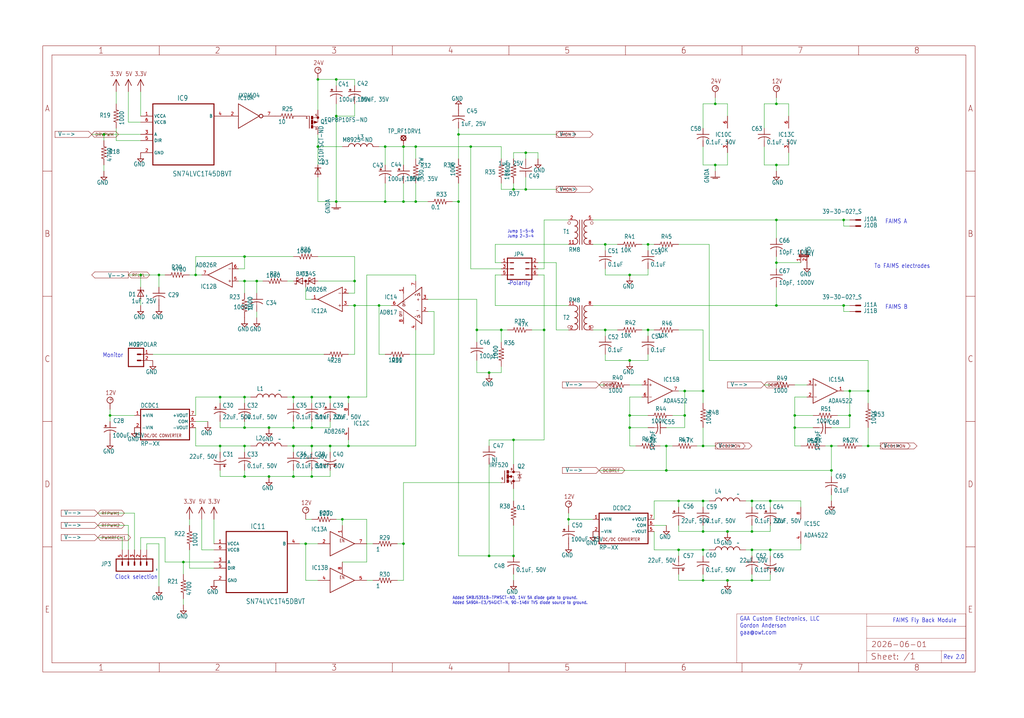
<source format=kicad_sch>
(kicad_sch (version 20231120) (generator "eeschema") (generator_version "8.0")
  (paper "User" 425.45 298.602)
  (junction (at 203.2 231.14))
  (junction (at 190.5 83.82))
  (junction (at 218.44 78.74))
  (junction (at 101.6 116.84))
  (junction (at 127 226.06))
  (junction (at 276.86 195.58))
  (junction (at 292.1 220.98))
  (junction (at 320.04 228.6))
  (junction (at 292.1 228.6))
  (junction (at 261.62 172.72))
  (junction (at 292.1 185.42))
  (junction (at 322.58 43.18))
  (junction (at 139.7 83.82))
  (junction (at 322.58 91.44))
  (junction (at 121.92 177.8))
  (junction (at 121.92 185.42))
  (junction (at 137.16 185.42))
  (junction (at 261.62 149.86))
  (junction (at 261.62 114.3))
  (junction (at 139.7 48.26))
  (junction (at 312.42 228.6))
  (junction (at 195.58 60.96))
  (junction (at 284.48 172.72))
  (junction (at 284.48 162.56))
  (junction (at 269.24 101.6))
  (junction (at 312.42 220.98))
  (junction (at 43.18 55.88))
  (junction (at 322.58 109.22))
  (junction (at 276.86 185.42))
  (junction (at 297.18 43.18))
  (junction (at 144.78 165.1))
  (junction (at 312.42 241.3))
  (junction (at 66.04 114.3))
  (junction (at 101.6 185.42))
  (junction (at 91.44 185.42))
  (junction (at 226.06 137.16))
  (junction (at 345.44 195.58))
  (junction (at 101.6 106.68))
  (junction (at 160.02 83.82))
  (junction (at 144.78 185.42))
  (junction (at 91.44 165.1))
  (junction (at 121.92 165.1))
  (junction (at 251.46 137.16))
  (junction (at 360.68 162.56))
  (junction (at 322.58 68.58))
  (junction (at 330.2 172.72))
  (junction (at 76.2 233.68))
  (junction (at 292.1 162.56))
  (junction (at 101.6 177.8))
  (junction (at 81.28 114.3))
  (junction (at 353.06 172.72))
  (junction (at 236.22 215.9))
  (junction (at 320.04 208.28))
  (junction (at 360.68 185.42))
  (junction (at 353.06 162.56))
  (junction (at 106.68 116.84))
  (junction (at 132.08 60.96))
  (junction (at 58.42 114.3))
  (junction (at 281.94 228.6))
  (junction (at 261.62 177.8))
  (junction (at 172.72 60.96))
  (junction (at 157.48 127))
  (junction (at 167.64 226.06))
  (junction (at 302.26 241.3))
  (junction (at 132.08 33.02))
  (junction (at 218.44 63.5))
  (junction (at 101.6 165.1))
  (junction (at 129.54 198.12))
  (junction (at 302.26 220.98))
  (junction (at 281.94 208.28))
  (junction (at 137.16 165.1))
  (junction (at 101.6 198.12))
  (junction (at 350.52 127))
  (junction (at 147.32 116.84))
  (junction (at 167.64 60.96))
  (junction (at 213.36 231.14))
  (junction (at 198.12 137.16))
  (junction (at 213.36 78.74))
  (junction (at 213.36 182.88))
  (junction (at 190.5 55.88))
  (junction (at 312.42 208.28))
  (junction (at 167.64 83.82))
  (junction (at 330.2 177.8))
  (junction (at 45.72 172.72))
  (junction (at 160.02 60.96))
  (junction (at 269.24 137.16))
  (junction (at 292.1 208.28))
  (junction (at 350.52 91.44))
  (junction (at 142.24 215.9))
  (junction (at 129.54 165.1))
  (junction (at 129.54 177.8))
  (junction (at 208.28 137.16))
  (junction (at 111.76 198.12))
  (junction (at 297.18 68.58))
  (junction (at 121.92 198.12))
  (junction (at 203.2 154.94))
  (junction (at 251.46 101.6))
  (junction (at 292.1 241.3))
  (junction (at 322.58 127))
  (junction (at 139.7 33.02))
  (junction (at 111.76 177.8))
  (junction (at 147.32 127))
  (junction (at 129.54 185.42))
  (junction (at 172.72 83.82))
  (junction (at 345.44 185.42))
  (wire (pts (xy 281.94 137.16) (xy 292.1 137.16)) (stroke (width 0.1524)))
  (wire (pts (xy 302.26 43.18) (xy 297.18 43.18)) (stroke (width 0.1524)))
  (wire (pts (xy 121.92 167.64) (xy 121.92 165.1)) (stroke (width 0.1524)))
  (wire (pts (xy 281.94 220.98) (xy 292.1 220.98)) (stroke (width 0.1524)))
  (wire (pts (xy 205.74 114.3) (xy 208.28 114.3)) (stroke (width 0.1524)))
  (wire (pts (xy 213.36 66.04) (xy 213.36 63.5)) (stroke (width 0.1524)))
  (wire (pts (xy 121.92 195.58) (xy 121.92 198.12)) (stroke (width 0.1524)))
  (wire (pts (xy 292.1 241.3) (xy 302.26 241.3)) (stroke (width 0.1524)))
  (wire (pts (xy 302.26 48.26) (xy 302.26 43.18)) (stroke (width 0.1524)))
  (wire (pts (xy 320.04 228.6) (xy 332.74 228.6)) (stroke (width 0.1524)))
  (wire (pts (xy 53.34 38.1) (xy 53.34 50.8)) (stroke (width 0.1524)))
  (wire (pts (xy 312.42 208.28) (xy 320.04 208.28)) (stroke (width 0.1524)))
  (wire (pts (xy 335.28 165.1) (xy 330.2 165.1)) (stroke (width 0.1524)))
  (wire (pts (xy 132.08 55.88) (xy 132.08 60.96)) (stroke (width 0.1524)))
  (wire (pts (xy 281.94 231.14) (xy 281.94 228.6)) (stroke (width 0.1524)))
  (wire (pts (xy 101.6 187.96) (xy 101.6 185.42)) (stroke (width 0.1524)))
  (wire (pts (xy 101.6 185.42) (xy 104.14 185.42)) (stroke (width 0.1524)))
  (wire (pts (xy 58.42 119.38) (xy 58.42 114.3)) (stroke (width 0.1524)))
  (wire (pts (xy 271.78 218.44) (xy 276.86 218.44)) (stroke (width 0.1524)))
  (wire (pts (xy 345.44 198.12) (xy 345.44 195.58)) (stroke (width 0.1524)))
  (wire (pts (xy 347.98 172.72) (xy 353.06 172.72)) (stroke (width 0.1524)))
  (wire (pts (xy 111.76 198.12) (xy 121.92 198.12)) (stroke (width 0.1524)))
  (wire (pts (xy 269.24 101.6) (xy 271.78 101.6)) (stroke (width 0.1524)))
  (wire (pts (xy 203.2 231.14) (xy 213.36 231.14)) (stroke (width 0.1524)))
  (wire (pts (xy 284.48 177.8) (xy 284.48 172.72)) (stroke (width 0.1524)))
  (wire (pts (xy 292.1 228.6) (xy 294.64 228.6)) (stroke (width 0.1524)))
  (wire (pts (xy 144.78 185.42) (xy 144.78 182.88)) (stroke (width 0.1524)))
  (wire (pts (xy 195.58 60.96) (xy 208.28 60.96)) (stroke (width 0.1524)))
  (wire (pts (xy 76.2 233.68) (xy 68.58 233.68)) (stroke (width 0.1524)))
  (wire (pts (xy 121.92 187.96) (xy 121.92 185.42)) (stroke (width 0.1524)))
  (wire (pts (xy 127 241.3) (xy 127 226.06)) (stroke (width 0.1524)))
  (wire (pts (xy 142.24 233.68) (xy 152.4 233.68)) (stroke (width 0.1524)))
  (wire (pts (xy 129.54 187.96) (xy 129.54 185.42)) (stroke (width 0.1524)))
  (wire (pts (xy 81.28 177.8) (xy 81.28 185.42)) (stroke (width 0.1524)))
  (wire (pts (xy 106.68 116.84) (xy 101.6 116.84)) (stroke (width 0.1524)))
  (wire (pts (xy 198.12 124.46) (xy 177.8 124.46)) (stroke (width 0.1524)))
  (wire (pts (xy 101.6 116.84) (xy 99.06 116.84)) (stroke (width 0.1524)))
  (wire (pts (xy 152.4 114.3) (xy 152.4 165.1)) (stroke (width 0.1524)))
  (wire (pts (xy 198.12 142.24) (xy 198.12 137.16)) (stroke (width 0.1524)))
  (wire (pts (xy 322.58 43.18) (xy 327.66 43.18)) (stroke (width 0.1524)))
  (wire (pts (xy 327.66 68.58) (xy 327.66 63.5)) (stroke (width 0.1524)))
  (wire (pts (xy 198.12 149.86) (xy 198.12 154.94)) (stroke (width 0.1524)))
  (wire (pts (xy 99.06 111.76) (xy 101.6 111.76)) (stroke (width 0.1524)))
  (wire (pts (xy 129.54 195.58) (xy 129.54 198.12)) (stroke (width 0.1524)))
  (wire (pts (xy 139.7 215.9) (xy 142.24 215.9)) (stroke (width 0.1524)))
  (wire (pts (xy 119.38 185.42) (xy 121.92 185.42)) (stroke (width 0.1524)))
  (wire (pts (xy 312.42 210.82) (xy 312.42 208.28)) (stroke (width 0.1524)))
  (wire (pts (xy 137.16 167.64) (xy 137.16 165.1)) (stroke (width 0.1524)))
  (wire (pts (xy 309.88 208.28) (xy 312.42 208.28)) (stroke (width 0.1524)))
  (wire (pts (xy 139.7 48.26) (xy 139.7 83.82)) (stroke (width 0.1524)))
  (wire (pts (xy 320.04 220.98) (xy 320.04 218.44)) (stroke (width 0.1524)))
  (wire (pts (xy 190.5 76.2) (xy 190.5 83.82)) (stroke (width 0.1524)))
  (wire (pts (xy 345.44 185.42) (xy 345.44 195.58)) (stroke (width 0.1524)))
  (wire (pts (xy 281.94 162.56) (xy 284.48 162.56)) (stroke (width 0.1524)))
  (wire (pts (xy 353.06 93.98) (xy 350.52 93.98)) (stroke (width 0.1524)))
  (wire (pts (xy 236.22 218.44) (xy 236.22 215.9)) (stroke (width 0.1524)))
  (wire (pts (xy 205.74 127) (xy 205.74 114.3)) (stroke (width 0.1524)))
  (wire (pts (xy 68.58 233.68) (xy 68.58 223.52)) (stroke (width 0.1524)))
  (wire (pts (xy 177.8 129.54) (xy 180.34 129.54)) (stroke (width 0.1524)))
  (wire (pts (xy 203.2 154.94) (xy 208.28 154.94)) (stroke (width 0.1524)))
  (wire (pts (xy 251.46 147.32) (xy 251.46 149.86)) (stroke (width 0.1524)))
  (wire (pts (xy 167.64 60.96) (xy 167.64 68.58)) (stroke (width 0.1524)))
  (wire (pts (xy 198.12 137.16) (xy 198.12 124.46)) (stroke (width 0.1524)))
  (wire (pts (xy 167.64 83.82) (xy 172.72 83.82)) (stroke (width 0.1524)))
  (wire (pts (xy 83.82 228.6) (xy 88.9 228.6)) (stroke (width 0.1524)))
  (wire (pts (xy 76.2 251.46) (xy 76.2 248.92)) (stroke (width 0.1524)))
  (wire (pts (xy 345.44 177.8) (xy 353.06 177.8)) (stroke (width 0.1524)))
  (wire (pts (xy 261.62 160.02) (xy 266.7 160.02)) (stroke (width 0.1524)))
  (wire (pts (xy 312.42 220.98) (xy 320.04 220.98)) (stroke (width 0.1524)))
  (wire (pts (xy 129.54 167.64) (xy 129.54 165.1)) (stroke (width 0.1524)))
  (wire (pts (xy 45.72 172.72) (xy 45.72 170.18)) (stroke (width 0.1524)))
  (wire (pts (xy 81.28 106.68) (xy 81.28 114.3)) (stroke (width 0.1524)))
  (wire (pts (xy 350.52 162.56) (xy 353.06 162.56)) (stroke (width 0.1524)))
  (wire (pts (xy 342.9 185.42) (xy 345.44 185.42)) (stroke (width 0.1524)))
  (wire (pts (xy 246.38 215.9) (xy 236.22 215.9)) (stroke (width 0.1524)))
  (wire (pts (xy 292.1 220.98) (xy 302.26 220.98)) (stroke (width 0.1524)))
  (wire (pts (xy 213.36 231.14) (xy 213.36 218.44)) (stroke (width 0.1524)))
  (wire (pts (xy 261.62 185.42) (xy 264.16 185.42)) (stroke (width 0.1524)))
  (wire (pts (xy 101.6 106.68) (xy 81.28 106.68)) (stroke (width 0.1524)))
  (wire (pts (xy 292.1 60.96) (xy 292.1 68.58)) (stroke (width 0.1524)))
  (wire (pts (xy 167.64 60.96) (xy 172.72 60.96)) (stroke (width 0.1524)))
  (wire (pts (xy 172.72 83.82) (xy 177.8 83.82)) (stroke (width 0.1524)))
  (wire (pts (xy 83.82 215.9) (xy 83.82 228.6)) (stroke (width 0.1524)))
  (wire (pts (xy 330.2 165.1) (xy 330.2 172.72)) (stroke (width 0.1524)))
  (wire (pts (xy 358.14 185.42) (xy 360.68 185.42)) (stroke (width 0.1524)))
  (wire (pts (xy 198.12 154.94) (xy 203.2 154.94)) (stroke (width 0.1524)))
  (wire (pts (xy 132.08 83.82) (xy 139.7 83.82)) (stroke (width 0.1524)))
  (wire (pts (xy 327.66 43.18) (xy 327.66 48.26)) (stroke (width 0.1524)))
  (wire (pts (xy 139.7 35.56) (xy 139.7 33.02)) (stroke (width 0.1524)))
  (wire (pts (xy 269.24 172.72) (xy 261.62 172.72)) (stroke (width 0.1524)))
  (wire (pts (xy 274.32 185.42) (xy 276.86 185.42)) (stroke (width 0.1524)))
  (wire (pts (xy 213.36 63.5) (xy 218.44 63.5)) (stroke (width 0.1524)))
  (wire (pts (xy 137.16 187.96) (xy 137.16 185.42)) (stroke (width 0.1524)))
  (wire (pts (xy 353.06 172.72) (xy 353.06 162.56)) (stroke (width 0.1524)))
  (wire (pts (xy 78.74 215.9) (xy 78.74 218.44)) (stroke (width 0.1524)))
  (wire (pts (xy 167.64 226.06) (xy 165.1 226.06)) (stroke (width 0.1524)))
  (wire (pts (xy 205.74 109.22) (xy 208.28 109.22)) (stroke (width 0.1524)))
  (wire (pts (xy 292.1 185.42) (xy 292.1 177.8)) (stroke (width 0.1524)))
  (wire (pts (xy 292.1 208.28) (xy 294.64 208.28)) (stroke (width 0.1524)))
  (wire (pts (xy 297.18 185.42) (xy 292.1 185.42)) (stroke (width 0.1524)))
  (wire (pts (xy 281.94 208.28) (xy 292.1 208.28)) (stroke (width 0.1524)))
  (wire (pts (xy 345.44 208.28) (xy 345.44 205.74)) (stroke (width 0.1524)))
  (wire (pts (xy 220.98 137.16) (xy 226.06 137.16)) (stroke (width 0.1524)))
  (wire (pts (xy 190.5 55.88) (xy 190.5 53.34)) (stroke (width 0.1524)))
  (wire (pts (xy 353.06 177.8) (xy 353.06 172.72)) (stroke (width 0.1524)))
  (wire (pts (xy 312.42 218.44) (xy 312.42 220.98)) (stroke (width 0.1524)))
  (wire (pts (xy 58.42 114.3) (xy 53.34 114.3)) (stroke (width 0.1524)))
  (wire (pts (xy 360.68 185.42) (xy 360.68 177.8)) (stroke (width 0.1524)))
  (wire (pts (xy 226.06 111.76) (xy 223.52 111.76)) (stroke (width 0.1524)))
  (wire (pts (xy 213.36 78.74) (xy 218.44 78.74)) (stroke (width 0.1524)))
  (wire (pts (xy 208.28 200.66) (xy 167.64 200.66)) (stroke (width 0.1524)))
  (wire (pts (xy 147.32 127) (xy 144.78 127)) (stroke (width 0.1524)))
  (wire (pts (xy 195.58 111.76) (xy 195.58 60.96)) (stroke (width 0.1524)))
  (wire (pts (xy 266.7 101.6) (xy 269.24 101.6)) (stroke (width 0.1524)))
  (wire (pts (xy 172.72 114.3) (xy 152.4 114.3)) (stroke (width 0.1524)))
  (wire (pts (xy 353.06 162.56) (xy 360.68 162.56)) (stroke (width 0.1524)))
  (wire (pts (xy 226.06 182.88) (xy 213.36 182.88)) (stroke (width 0.1524)))
  (wire (pts (xy 330.2 160.02) (xy 335.28 160.02)) (stroke (width 0.1524)))
  (wire (pts (xy 223.52 114.3) (xy 226.06 114.3)) (stroke (width 0.1524)))
  (wire (pts (xy 195.58 111.76) (xy 208.28 111.76)) (stroke (width 0.1524)))
  (wire (pts (xy 322.58 68.58) (xy 322.58 71.12)) (stroke (width 0.1524)))
  (wire (pts (xy 320.04 208.28) (xy 332.74 208.28)) (stroke (width 0.1524)))
  (wire (pts (xy 276.86 195.58) (xy 248.92 195.58)) (stroke (width 0.1524)))
  (wire (pts (xy 284.48 172.72) (xy 284.48 162.56)) (stroke (width 0.1524)))
  (wire (pts (xy 231.14 78.74) (xy 218.44 78.74)) (stroke (width 0.1524)))
  (wire (pts (xy 101.6 195.58) (xy 101.6 198.12)) (stroke (width 0.1524)))
  (wire (pts (xy 322.58 99.06) (xy 322.58 91.44)) (stroke (width 0.1524)))
  (wire (pts (xy 208.28 76.2) (xy 208.28 78.74)) (stroke (width 0.1524)))
  (wire (pts (xy 320.04 231.14) (xy 320.04 228.6)) (stroke (width 0.1524)))
  (wire (pts (xy 332.74 109.22) (xy 322.58 109.22)) (stroke (width 0.1524)))
  (wire (pts (xy 124.46 226.06) (xy 127 226.06)) (stroke (width 0.1524)))
  (wire (pts (xy 271.78 220.98) (xy 271.78 228.6)) (stroke (width 0.1524)))
  (wire (pts (xy 76.2 238.76) (xy 76.2 233.68)) (stroke (width 0.1524)))
  (wire (pts (xy 58.42 223.52) (xy 58.42 228.6)) (stroke (width 0.1524)))
  (wire (pts (xy 251.46 137.16) (xy 256.54 137.16)) (stroke (width 0.1524)))
  (wire (pts (xy 101.6 198.12) (xy 111.76 198.12)) (stroke (width 0.1524)))
  (wire (pts (xy 205.74 101.6) (xy 205.74 109.22)) (stroke (width 0.1524)))
  (wire (pts (xy 218.44 63.5) (xy 223.52 63.5)) (stroke (width 0.1524)))
  (wire (pts (xy 297.18 68.58) (xy 297.18 71.12)) (stroke (width 0.1524)))
  (wire (pts (xy 121.92 177.8) (xy 129.54 177.8)) (stroke (width 0.1524)))
  (wire (pts (xy 269.24 139.7) (xy 269.24 137.16)) (stroke (width 0.1524)))
  (wire (pts (xy 266.7 137.16) (xy 269.24 137.16)) (stroke (width 0.1524)))
  (wire (pts (xy 121.92 198.12) (xy 129.54 198.12)) (stroke (width 0.1524)))
  (wire (pts (xy 251.46 111.76) (xy 251.46 114.3)) (stroke (width 0.1524)))
  (wire (pts (xy 190.5 66.04) (xy 190.5 55.88)) (stroke (width 0.1524)))
  (wire (pts (xy 292.1 68.58) (xy 297.18 68.58)) (stroke (width 0.1524)))
  (wire (pts (xy 132.08 241.3) (xy 127 241.3)) (stroke (width 0.1524)))
  (wire (pts (xy 297.18 43.18) (xy 297.18 40.64)) (stroke (width 0.1524)))
  (wire (pts (xy 142.24 60.96) (xy 132.08 60.96)) (stroke (width 0.1524)))
  (wire (pts (xy 55.88 213.36) (xy 40.64 213.36)) (stroke (width 0.1524)))
  (wire (pts (xy 236.22 215.9) (xy 236.22 213.36)) (stroke (width 0.1524)))
  (wire (pts (xy 218.44 66.04) (xy 218.44 63.5)) (stroke (width 0.1524)))
  (wire (pts (xy 144.78 121.92) (xy 147.32 121.92)) (stroke (width 0.1524)))
  (wire (pts (xy 320.04 210.82) (xy 320.04 208.28)) (stroke (width 0.1524)))
  (wire (pts (xy 330.2 172.72) (xy 330.2 177.8)) (stroke (width 0.1524)))
  (wire (pts (xy 246.38 101.6) (xy 251.46 101.6)) (stroke (width 0.1524)))
  (wire (pts (xy 43.18 55.88) (xy 38.1 55.88)) (stroke (width 0.1524)))
  (wire (pts (xy 91.44 185.42) (xy 101.6 185.42)) (stroke (width 0.1524)))
  (wire (pts (xy 129.54 198.12) (xy 137.16 198.12)) (stroke (width 0.1524)))
  (wire (pts (xy 180.34 147.32) (xy 170.18 147.32)) (stroke (width 0.1524)))
  (wire (pts (xy 276.86 185.42) (xy 276.86 195.58)) (stroke (width 0.1524)))
  (wire (pts (xy 330.2 185.42) (xy 332.74 185.42)) (stroke (width 0.1524)))
  (wire (pts (xy 345.44 185.42) (xy 347.98 185.42)) (stroke (width 0.1524)))
  (wire (pts (xy 236.22 91.44) (xy 226.06 91.44)) (stroke (width 0.1524)))
  (wire (pts (xy 172.72 185.42) (xy 172.72 137.16)) (stroke (width 0.1524)))
  (wire (pts (xy 55.88 172.72) (xy 45.72 172.72)) (stroke (width 0.1524)))
  (wire (pts (xy 134.62 147.32) (xy 63.5 147.32)) (stroke (width 0.1524)))
  (wire (pts (xy 88.9 215.9) (xy 88.9 226.06)) (stroke (width 0.1524)))
  (wire (pts (xy 302.26 220.98) (xy 312.42 220.98)) (stroke (width 0.1524)))
  (wire (pts (xy 129.54 185.42) (xy 137.16 185.42)) (stroke (width 0.1524)))
  (wire (pts (xy 106.68 129.54) (xy 106.68 132.08)) (stroke (width 0.1524)))
  (wire (pts (xy 322.58 106.68) (xy 322.58 109.22)) (stroke (width 0.1524)))
  (wire (pts (xy 160.02 60.96) (xy 167.64 60.96)) (stroke (width 0.1524)))
  (wire (pts (xy 91.44 187.96) (xy 91.44 185.42)) (stroke (width 0.1524)))
  (wire (pts (xy 160.02 147.32) (xy 157.48 147.32)) (stroke (width 0.1524)))
  (wire (pts (xy 111.76 177.8) (xy 121.92 177.8)) (stroke (width 0.1524)))
  (wire (pts (xy 251.46 104.14) (xy 251.46 101.6)) (stroke (width 0.1524)))
  (wire (pts (xy 160.02 76.2) (xy 160.02 83.82)) (stroke (width 0.1524)))
  (wire (pts (xy 320.04 160.02) (xy 317.5 160.02)) (stroke (width 0.1524)))
  (wire (pts (xy 60.96 226.06) (xy 66.04 226.06)) (stroke (width 0.1524)))
  (wire (pts (xy 332.74 208.28) (xy 332.74 210.82)) (stroke (width 0.1524)))
  (wire (pts (xy 78.74 236.22) (xy 78.74 228.6)) (stroke (width 0.1524)))
  (wire (pts (xy 236.22 101.6) (xy 205.74 101.6)) (stroke (width 0.1524)))
  (wire (pts (xy 157.48 60.96) (xy 160.02 60.96)) (stroke (width 0.1524)))
  (wire (pts (xy 58.42 58.42) (xy 48.26 58.42)) (stroke (width 0.1524)))
  (wire (pts (xy 251.46 101.6) (xy 256.54 101.6)) (stroke (width 0.1524)))
  (wire (pts (xy 55.88 228.6) (xy 55.88 213.36)) (stroke (width 0.1524)))
  (wire (pts (xy 302.26 63.5) (xy 302.26 68.58)) (stroke (width 0.1524)))
  (wire (pts (xy 132.08 73.66) (xy 132.08 83.82)) (stroke (width 0.1524)))
  (wire (pts (xy 292.1 238.76) (xy 292.1 241.3)) (stroke (width 0.1524)))
  (wire (pts (xy 337.82 172.72) (xy 330.2 172.72)) (stroke (width 0.1524)))
  (wire (pts (xy 91.44 167.64) (xy 91.44 165.1)) (stroke (width 0.1524)))
  (wire (pts (xy 266.7 165.1) (xy 261.62 165.1)) (stroke (width 0.1524)))
  (wire (pts (xy 142.24 218.44) (xy 142.24 215.9)) (stroke (width 0.1524)))
  (wire (pts (xy 294.64 101.6) (xy 294.64 149.86)) (stroke (width 0.1524)))
  (wire (pts (xy 261.62 165.1) (xy 261.62 172.72)) (stroke (width 0.1524)))
  (wire (pts (xy 58.42 38.1) (xy 58.42 48.26)) (stroke (width 0.1524)))
  (wire (pts (xy 210.82 137.16) (xy 208.28 137.16)) (stroke (width 0.1524)))
  (wire (pts (xy 246.38 91.44) (xy 322.58 91.44)) (stroke (width 0.1524)))
  (wire (pts (xy 322.58 127) (xy 350.52 127)) (stroke (width 0.1524)))
  (wire (pts (xy 330.2 177.8) (xy 330.2 185.42)) (stroke (width 0.1524)))
  (wire (pts (xy 147.32 121.92) (xy 147.32 116.84)) (stroke (width 0.1524)))
  (wire (pts (xy 137.16 165.1) (xy 144.78 165.1)) (stroke (width 0.1524)))
  (wire (pts (xy 132.08 33.02) (xy 139.7 33.02)) (stroke (width 0.1524)))
  (wire (pts (xy 261.62 149.86) (xy 269.24 149.86)) (stroke (width 0.1524)))
  (wire (pts (xy 208.28 142.24) (xy 208.28 137.16)) (stroke (width 0.1524)))
  (wire (pts (xy 137.16 185.42) (xy 144.78 185.42)) (stroke (width 0.1524)))
  (wire (pts (xy 53.34 218.44) (xy 53.34 228.6)) (stroke (width 0.1524)))
  (wire (pts (xy 317.5 53.34) (xy 317.5 43.18)) (stroke (width 0.1524)))
  (wire (pts (xy 81.28 172.72) (xy 81.28 165.1)) (stroke (width 0.1524)))
  (wire (pts (xy 317.5 60.96) (xy 317.5 68.58)) (stroke (width 0.1524)))
  (wire (pts (xy 312.42 238.76) (xy 312.42 241.3)) (stroke (width 0.1524)))
  (wire (pts (xy 127 215.9) (xy 129.54 215.9)) (stroke (width 0.1524)))
  (wire (pts (xy 160.02 83.82) (xy 167.64 83.82)) (stroke (width 0.1524)))
  (wire (pts (xy 292.1 210.82) (xy 292.1 208.28)) (stroke (width 0.1524)))
  (wire (pts (xy 68.58 114.3) (xy 66.04 114.3)) (stroke (width 0.1524)))
  (wire (pts (xy 223.52 63.5) (xy 223.52 66.04)) (stroke (width 0.1524)))
  (wire (pts (xy 66.04 119.38) (xy 66.04 114.3)) (stroke (width 0.1524)))
  (wire (pts (xy 121.92 106.68) (xy 101.6 106.68)) (stroke (width 0.1524)))
  (wire (pts (xy 121.92 116.84) (xy 119.38 116.84)) (stroke (width 0.1524)))
  (wire (pts (xy 101.6 121.92) (xy 101.6 116.84)) (stroke (width 0.1524)))
  (wire (pts (xy 165.1 241.3) (xy 167.64 241.3)) (stroke (width 0.1524)))
  (wire (pts (xy 144.78 185.42) (xy 172.72 185.42)) (stroke (width 0.1524)))
  (wire (pts (xy 269.24 149.86) (xy 269.24 147.32)) (stroke (width 0.1524)))
  (wire (pts (xy 144.78 165.1) (xy 144.78 167.64)) (stroke (width 0.1524)))
  (wire (pts (xy 119.38 165.1) (xy 121.92 165.1)) (stroke (width 0.1524)))
  (wire (pts (xy 139.7 33.02) (xy 147.32 33.02)) (stroke (width 0.1524)))
  (wire (pts (xy 269.24 114.3) (xy 269.24 111.76)) (stroke (width 0.1524)))
  (wire (pts (xy 172.72 66.04) (xy 172.72 60.96)) (stroke (width 0.1524)))
  (wire (pts (xy 58.42 55.88) (xy 43.18 55.88)) (stroke (width 0.1524)))
  (wire (pts (xy 208.28 78.74) (xy 213.36 78.74)) (stroke (width 0.1524)))
  (wire (pts (xy 152.4 226.06) (xy 154.94 226.06)) (stroke (width 0.1524)))
  (wire (pts (xy 172.72 60.96) (xy 195.58 60.96)) (stroke (width 0.1524)))
  (wire (pts (xy 213.36 76.2) (xy 213.36 78.74)) (stroke (width 0.1524)))
  (wire (pts (xy 281.94 238.76) (xy 281.94 241.3)) (stroke (width 0.1524)))
  (wire (pts (xy 53.34 50.8) (xy 58.42 50.8)) (stroke (width 0.1524)))
  (wire (pts (xy 246.38 127) (xy 322.58 127)) (stroke (width 0.1524)))
  (wire (pts (xy 261.62 177.8) (xy 261.62 185.42)) (stroke (width 0.1524)))
  (wire (pts (xy 91.44 165.1) (xy 101.6 165.1)) (stroke (width 0.1524)))
  (wire (pts (xy 322.58 91.44) (xy 350.52 91.44)) (stroke (width 0.1524)))
  (wire (pts (xy 180.34 129.54) (xy 180.34 147.32)) (stroke (width 0.1524)))
  (wire (pts (xy 58.42 127) (xy 58.42 124.46)) (stroke (width 0.1524)))
  (wire (pts (xy 167.64 241.3) (xy 167.64 226.06)) (stroke (width 0.1524)))
  (wire (pts (xy 48.26 58.42) (xy 48.26 53.34)) (stroke (width 0.1524)))
  (wire (pts (xy 106.68 121.92) (xy 106.68 116.84)) (stroke (width 0.1524)))
  (wire (pts (xy 172.72 116.84) (xy 172.72 114.3)) (stroke (width 0.1524)))
  (wire (pts (xy 312.42 241.3) (xy 320.04 241.3)) (stroke (width 0.1524)))
  (wire (pts (xy 226.06 137.16) (xy 226.06 182.88)) (stroke (width 0.1524)))
  (wire (pts (xy 350.52 129.54) (xy 350.52 127)) (stroke (width 0.1524)))
  (wire (pts (xy 190.5 83.82) (xy 187.96 83.82)) (stroke (width 0.1524)))
  (wire (pts (xy 292.1 231.14) (xy 292.1 228.6)) (stroke (width 0.1524)))
  (wire (pts (xy 213.36 203.2) (xy 213.36 208.28)) (stroke (width 0.1524)))
  (wire (pts (xy 142.24 215.9) (xy 152.4 215.9)) (stroke (width 0.1524)))
  (wire (pts (xy 317.5 68.58) (xy 322.58 68.58)) (stroke (width 0.1524)))
  (wire (pts (xy 322.58 109.22) (xy 322.58 111.76)) (stroke (width 0.1524)))
  (wire (pts (xy 213.36 182.88) (xy 203.2 182.88)) (stroke (width 0.1524)))
  (wire (pts (xy 50.8 223.52) (xy 40.64 223.52)) (stroke (width 0.1524)))
  (wire (pts (xy 88.9 236.22) (xy 78.74 236.22)) (stroke (width 0.1524)))
  (wire (pts (xy 40.64 218.44) (xy 53.34 218.44)) (stroke (width 0.1524)))
  (wire (pts (xy 251.46 137.16) (xy 246.38 137.16)) (stroke (width 0.1524)))
  (wire (pts (xy 60.96 228.6) (xy 60.96 226.06)) (stroke (width 0.1524)))
  (wire (pts (xy 139.7 83.82) (xy 160.02 83.82)) (stroke (width 0.1524)))
  (wire (pts (xy 121.92 165.1) (xy 129.54 165.1)) (stroke (width 0.1524)))
  (wire (pts (xy 137.16 177.8) (xy 137.16 175.26)) (stroke (width 0.1524)))
  (wire (pts (xy 281.94 101.6) (xy 294.64 101.6)) (stroke (width 0.1524)))
  (wire (pts (xy 292.1 162.56) (xy 292.1 167.64)) (stroke (width 0.1524)))
  (wire (pts (xy 160.02 68.58) (xy 160.02 60.96)) (stroke (width 0.1524)))
  (wire (pts (xy 81.28 175.26) (xy 86.36 175.26)) (stroke (width 0.1524)))
  (wire (pts (xy 292.1 43.18) (xy 292.1 53.34)) (stroke (width 0.1524)))
  (wire (pts (xy 81.28 185.42) (xy 91.44 185.42)) (stroke (width 0.1524)))
  (wire (pts (xy 208.28 66.04) (xy 208.28 60.96)) (stroke (width 0.1524)))
  (wire (pts (xy 43.18 68.58) (xy 43.18 71.12)) (stroke (width 0.1524)))
  (wire (pts (xy 350.52 127) (xy 353.06 127)) (stroke (width 0.1524)))
  (wire (pts (xy 322.58 43.18) (xy 322.58 40.64)) (stroke (width 0.1524)))
  (wire (pts (xy 365.76 185.42) (xy 360.68 185.42)) (stroke (width 0.1524)))
  (wire (pts (xy 294.64 149.86) (xy 360.68 149.86)) (stroke (width 0.1524)))
  (wire (pts (xy 101.6 111.76) (xy 101.6 106.68)) (stroke (width 0.1524)))
  (wire (pts (xy 91.44 195.58) (xy 91.44 198.12)) (stroke (width 0.1524)))
  (wire (pts (xy 190.5 231.14) (xy 190.5 83.82)) (stroke (width 0.1524)))
  (wire (pts (xy 231.14 109.22) (xy 231.14 137.16)) (stroke (width 0.1524)))
  (wire (pts (xy 261.62 114.3) (xy 269.24 114.3)) (stroke (width 0.1524)))
  (wire (pts (xy 43.18 58.42) (xy 43.18 55.88)) (stroke (width 0.1524)))
  (wire (pts (xy 251.46 114.3) (xy 261.62 114.3)) (stroke (width 0.1524)))
  (wire (pts (xy 147.32 48.26) (xy 139.7 48.26)) (stroke (width 0.1524)))
  (wire (pts (xy 332.74 228.6) (xy 332.74 226.06)) (stroke (width 0.1524)))
  (wire (pts (xy 91.44 198.12) (xy 101.6 198.12)) (stroke (width 0.1524)))
  (wire (pts (xy 276.86 185.42) (xy 279.4 185.42)) (stroke (width 0.1524)))
  (wire (pts (xy 129.54 165.1) (xy 137.16 165.1)) (stroke (width 0.1524)))
  (wire (pts (xy 360.68 149.86) (xy 360.68 162.56)) (stroke (width 0.1524)))
  (wire (pts (xy 322.58 119.38) (xy 322.58 127)) (stroke (width 0.1524)))
  (wire (pts (xy 66.04 226.06) (xy 66.04 243.84)) (stroke (width 0.1524)))
  (wire (pts (xy 203.2 231.14) (xy 190.5 231.14)) (stroke (width 0.1524)))
  (wire (pts (xy 281.94 218.44) (xy 281.94 220.98)) (stroke (width 0.1524)))
  (wire (pts (xy 81.28 165.1) (xy 91.44 165.1)) (stroke (width 0.1524)))
  (wire (pts (xy 269.24 104.14) (xy 269.24 101.6)) (stroke (width 0.1524)))
  (wire (pts (xy 269.24 177.8) (xy 261.62 177.8)) (stroke (width 0.1524)))
  (wire (pts (xy 152.4 165.1) (xy 144.78 165.1)) (stroke (width 0.1524)))
  (wire (pts (xy 223.52 109.22) (xy 231.14 109.22)) (stroke (width 0.1524)))
  (wire (pts (xy 236.22 127) (xy 205.74 127)) (stroke (width 0.1524)))
  (wire (pts (xy 132.08 45.72) (xy 132.08 33.02)) (stroke (width 0.1524)))
  (wire (pts (xy 190.5 55.88) (xy 231.14 55.88)) (stroke (width 0.1524)))
  (wire (pts (xy 226.06 91.44) (xy 226.06 111.76)) (stroke (width 0.1524)))
  (wire (pts (xy 312.42 228.6) (xy 320.04 228.6)) (stroke (width 0.1524)))
  (wire (pts (xy 157.48 127) (xy 147.32 127)) (stroke (width 0.1524)))
  (wire (pts (xy 309.88 228.6) (xy 312.42 228.6)) (stroke (width 0.1524)))
  (wire (pts (xy 91.44 175.26) (xy 91.44 177.8)) (stroke (width 0.1524)))
  (wire (pts (xy 251.46 149.86) (xy 261.62 149.86)) (stroke (width 0.1524)))
  (wire (pts (xy 66.04 114.3) (xy 58.42 114.3)) (stroke (width 0.1524)))
  (wire (pts (xy 101.6 177.8) (xy 111.76 177.8)) (stroke (width 0.1524)))
  (wire (pts (xy 292.1 137.16) (xy 292.1 162.56)) (stroke (width 0.1524)))
  (wire (pts (xy 284.48 162.56) (xy 292.1 162.56)) (stroke (width 0.1524)))
  (wire (pts (xy 350.52 93.98) (xy 350.52 91.44)) (stroke (width 0.1524)))
  (wire (pts (xy 132.08 116.84) (xy 147.32 116.84)) (stroke (width 0.1524)))
  (wire (pts (xy 147.32 106.68) (xy 132.08 106.68)) (stroke (width 0.1524)))
  (wire (pts (xy 350.52 91.44) (xy 353.06 91.44)) (stroke (width 0.1524)))
  (wire (pts (xy 127 124.46) (xy 127 119.38)) (stroke (width 0.1524)))
  (wire (pts (xy 132.08 226.06) (xy 127 226.06)) (stroke (width 0.1524)))
  (wire (pts (xy 147.32 33.02) (xy 147.32 35.56)) (stroke (width 0.1524)))
  (wire (pts (xy 147.32 43.18) (xy 147.32 48.26)) (stroke (width 0.1524)))
  (wire (pts (xy 312.42 231.14) (xy 312.42 228.6)) (stroke (width 0.1524)))
  (wire (pts (xy 45.72 175.26) (xy 45.72 172.72)) (stroke (width 0.1524)))
  (wire (pts (xy 101.6 165.1) (xy 104.14 165.1)) (stroke (width 0.1524)))
  (wire (pts (xy 101.6 175.26) (xy 101.6 177.8)) (stroke (width 0.1524)))
  (wire (pts (xy 157.48 147.32) (xy 157.48 127)) (stroke (width 0.1524)))
  (wire (pts (xy 213.36 193.04) (xy 213.36 182.88)) (stroke (width 0.1524)))
  (wire (pts (xy 251.46 160.02) (xy 248.92 160.02)) (stroke (width 0.1524)))
  (wire (pts (xy 109.22 116.84) (xy 106.68 116.84)) (stroke (width 0.1524)))
  (wire (pts (xy 271.78 208.28) (xy 281.94 208.28)) (stroke (width 0.1524)))
  (wire (pts (xy 337.82 177.8) (xy 330.2 177.8)) (stroke (width 0.1524)))
  (wire (pts (xy 129.54 177.8) (xy 137.16 177.8)) (stroke (width 0.1524)))
  (wire (pts (xy 345.44 195.58) (xy 276.86 195.58)) (stroke (width 0.1524)))
  (wire (pts (xy 203.2 182.88) (xy 203.2 185.42)) (stroke (width 0.1524)))
  (wire (pts (xy 162.56 127) (xy 157.48 127)) (stroke (width 0.1524)))
  (wire (pts (xy 261.62 172.72) (xy 261.62 177.8)) (stroke (width 0.1524)))
  (wire (pts (xy 167.64 200.66) (xy 167.64 226.06)) (stroke (width 0.1524)))
  (wire (pts (xy 121.92 175.26) (xy 121.92 177.8)) (stroke (width 0.1524)))
  (wire (pts (xy 360.68 162.56) (xy 360.68 167.64)) (stroke (width 0.1524)))
  (wire (pts (xy 48.26 38.1) (xy 48.26 43.18)) (stroke (width 0.1524)))
  (wire (pts (xy 139.7 43.18) (xy 139.7 48.26)) (stroke (width 0.1524)))
  (wire (pts (xy 147.32 147.32) (xy 147.32 127)) (stroke (width 0.1524)))
  (wire (pts (xy 279.4 172.72) (xy 284.48 172.72)) (stroke (width 0.1524)))
  (wire (pts (xy 172.72 76.2) (xy 172.72 83.82)) (stroke (width 0.1524)))
  (wire (pts (xy 302.26 241.3) (xy 312.42 241.3)) (stroke (width 0.1524)))
  (wire (pts (xy 129.54 175.26) (xy 129.54 177.8)) (stroke (width 0.1524)))
  (wire (pts (xy 213.36 241.3) (xy 213.36 238.76)) (stroke (width 0.1524)))
  (wire (pts (xy 50.8 228.6) (xy 50.8 223.52)) (stroke (width 0.1524)))
  (wire (pts (xy 208.28 152.4) (xy 208.28 154.94)) (stroke (width 0.1524)))
  (wire (pts (xy 297.18 43.18) (xy 292.1 43.18)) (stroke (width 0.1524)))
  (wire (pts (xy 281.94 228.6) (xy 292.1 228.6)) (stroke (width 0.1524)))
  (wire (pts (xy 353.06 129.54) (xy 350.52 129.54)) (stroke (width 0.1524)))
  (wire (pts (xy 203.2 193.04) (xy 203.2 231.14)) (stroke (width 0.1524)))
  (wire (pts (xy 88.9 233.68) (xy 76.2 233.68)) (stroke (width 0.1524)))
  (wire (pts (xy 292.1 218.44) (xy 292.1 220.98)) (stroke (width 0.1524)))
  (wire (pts (xy 269.24 137.16) (xy 271.78 137.16)) (stroke (width 0.1524)))
  (wire (pts (xy 322.58 68.58) (xy 327.66 68.58)) (stroke (width 0.1524)))
  (wire (pts (xy 271.78 228.6) (xy 281.94 228.6)) (stroke (width 0.1524)))
  (wire (pts (xy 281.94 210.82) (xy 281.94 208.28)) (stroke (width 0.1524)))
  (wire (pts (xy 152.4 215.9) (xy 152.4 233.68)) (stroke (width 0.1524)))
  (wire (pts (xy 231.14 137.16) (xy 236.22 137.16)) (stroke (width 0.1524)))
  (wire (pts (xy 317.5 43.18) (xy 322.58 43.18)) (stroke (width 0.1524)))
  (wire (pts (xy 101.6 167.64) (xy 101.6 165.1)) (stroke (width 0.1524)))
  (wire (pts (xy 276.86 177.8) (xy 284.48 177.8)) (stroke (width 0.1524)))
  (wire (pts (xy 144.78 147.32) (xy 147.32 147.32)) (stroke (width 0.1524)))
  (wire (pts (xy 132.08 60.96) (xy 132.08 68.58)) (stroke (width 0.1524)))
  (wire (pts (xy 320.04 241.3) (xy 320.04 238.76)) (stroke (width 0.1524)))
  (wire (pts (xy 218.44 73.66) (xy 218.44 78.74)) (stroke (width 0.1524)))
  (wire (pts (xy 167.64 83.82) (xy 167.64 76.2)) (stroke (width 0.1524)))
  (wire (pts (xy 226.06 114.3) (xy 226.06 137.16)) (stroke (width 0.1524)))
  (wire (pts (xy 154.94 241.3) (xy 152.4 241.3)) (stroke (width 0.1524)))
  (wire (pts (xy 251.46 139.7) (xy 251.46 137.16)) (stroke (width 0.1524)))
  (wire (pts (xy 68.58 223.52) (xy 58.42 223.52)) (stroke (width 0.1524)))
  (wire (pts (xy 289.56 185.42) (xy 292.1 185.42)) (stroke (width 0.1524)))
  (wire (pts (xy 121.92 185.42) (xy 129.54 185.42)) (stroke (width 0.1524)))
  (wire (pts (xy 271.78 215.9) (xy 271.78 208.28)) (stroke (width 0.1524)))
  (wire (pts (xy 91.44 177.8) (xy 101.6 177.8)) (stroke (width 0.1524)))
  (wire (pts (xy 208.28 137.16) (xy 198.12 137.16)) (stroke (width 0.1524)))
  (wire (pts (xy 137.16 198.12) (xy 137.16 195.58)) (stroke (width 0.1524)))
  (wire (pts (xy 147.32 116.84) (xy 147.32 106.68)) (stroke (width 0.1524)))
  (wire (pts (xy 302.26 68.58) (xy 297.18 68.58)) (stroke (width 0.1524)))
  (wire (pts (xy 78.74 114.3) (xy 81.28 114.3)) (stroke (width 0.1524)))
  (wire (pts (xy 281.94 241.3) (xy 292.1 241.3)) (stroke (width 0.1524)))
  (wire (pts (xy 81.28 114.3) (xy 83.82 114.3)) (stroke (width 0.1524)))
  (wire (pts (xy 129.54 124.46) (xy 127 124.46)) (stroke (width 0.1524)))
  (text "FAIMS A" (at 367.792 93.218 0) (effects (font (size 1.778 1.5113)) (justify left bottom)))
  (text "Added SMBJ5351B-TPMSCT-ND, 14V 5A diode gate to ground.\nAdded SA90A-E3/54GICT-N, 90-146V TVS diode source to ground." (at 187.96 251.46 0) (effects (font (size 1.27 1.0795)) (justify left bottom)))
  (text "To FAIMS electrodes" (at 363.22 111.76 0) (effects (font (size 1.778 1.5113)) (justify left bottom)))
  (text "Rev 2.0" (at 391.922 274.32 0) (effects (font (size 1.778 1.5113)) (justify left bottom)))
  (text "FAIMS B" (at 367.792 128.778 0) (effects (font (size 1.778 1.5113)) (justify left bottom)))
  (text "Clock selection" (at 47.752 241.046 0) (effects (font (size 1.778 1.5113)) (justify left bottom)))
  (text "GAA Custom Electronics, LLC\nGordon Anderson\ngaa@owt.com" (at 307.34 264.16 0) (effects (font (size 1.778 1.5113)) (justify left bottom)))
  (text "Polarity" (at 211.582 118.872 0) (effects (font (size 1.778 1.5113)) (justify left bottom)))
  (text "Jump 1-5-6\nJump 2-3-4" (at 210.82 99.06 0) (effects (font (size 1.27 1.0795)) (justify left bottom)))
  (text "FAIMS Fly Back Module" (at 370.84 259.08 0) (effects (font (size 1.778 1.5113)) (justify left bottom)))
  (text "Monitor" (at 42.672 148.844 0) (effects (font (size 1.778 1.5113)) (justify left bottom)))
  (global_label "RFLVL" (shape bidirectional) (at 53.34 114.3 0) (effects (font (size 1.2446 1.2446))) (property "Intersheetrefs" "${INTERSHEET_REFS}" (effects (hide yes))))
  (global_label "VMON" (shape bidirectional) (at 231.14 78.74 0) (effects (font (size 1.2446 1.2446))) (property "Intersheetrefs" "${INTERSHEET_REFS}" (effects (hide yes))))
  (global_label "DCBREF" (shape bidirectional) (at 248.92 195.58 0) (effects (font (size 1.2446 1.2446))) (property "Intersheetrefs" "${INTERSHEET_REFS}" (effects (hide yes))))
  (global_label "DRVPWM" (shape bidirectional) (at 38.1 55.88 0) (effects (font (size 1.2446 1.2446))) (property "Intersheetrefs" "${INTERSHEET_REFS}" (effects (hide yes))))
  (global_label "PWMRFCH1" (shape bidirectional) (at 40.64 223.52 0) (effects (font (size 1.2446 1.2446))) (property "Intersheetrefs" "${INTERSHEET_REFS}" (effects (hide yes))))
  (global_label "DCB2MON" (shape bidirectional) (at 297.18 185.42 0) (effects (font (size 1.2446 1.2446))) (property "Intersheetrefs" "${INTERSHEET_REFS}" (effects (hide yes))))
  (global_label "DCB1" (shape bidirectional) (at 317.5 160.02 0) (effects (font (size 1.2446 1.2446))) (property "Intersheetrefs" "${INTERSHEET_REFS}" (effects (hide yes))))
  (global_label "DCB2" (shape bidirectional) (at 248.92 160.02 0) (effects (font (size 1.2446 1.2446))) (property "Intersheetrefs" "${INTERSHEET_REFS}" (effects (hide yes))))
  (global_label "RFPWM2" (shape bidirectional) (at 40.64 218.44 0) (effects (font (size 1.2446 1.2446))) (property "Intersheetrefs" "${INTERSHEET_REFS}" (effects (hide yes))))
  (global_label "IMON" (shape bidirectional) (at 231.14 55.88 0) (effects (font (size 1.2446 1.2446))) (property "Intersheetrefs" "${INTERSHEET_REFS}" (effects (hide yes))))
  (global_label "RFPWM1" (shape bidirectional) (at 40.64 213.36 0) (effects (font (size 1.2446 1.2446))) (property "Intersheetrefs" "${INTERSHEET_REFS}" (effects (hide yes))))
  (global_label "DCB1MON" (shape bidirectional) (at 365.76 185.42 0) (effects (font (size 1.2446 1.2446))) (property "Intersheetrefs" "${INTERSHEET_REFS}" (effects (hide yes))))
  (symbol (lib_id "OpenDMS Waveform_sym_lib:C-USC1206") (at 251.46 142.24 0) (unit 1)
    (property "Reference" "C52" (at 252.476 141.097 0) (effects (font (size 1.778 1.5113)) (justify left bottom)))
    (property "Value" "0.1uF" (at 252.476 146.431 0) (effects (font (size 1.778 1.5113)) (justify left bottom)))
    (property "Footprint" "OpenDMS Waveform_Library:C1206" (effects (hide yes)))
  )
  (symbol (lib_id "OpenDMS Waveform_sym_lib:GND") (at 335.28 111.76 0) (mirror y) (unit 1)
    (property "Reference" "#SUPPLY096" (effects (hide yes)))
    (property "Value" "GND" (at 337.185 114.935 0) (effects (font (size 1.778 1.5113)) (justify left bottom)))
  )
  (symbol (lib_id "OpenDMS Waveform_sym_lib:C-USC1206") (at 269.24 106.68 0) (unit 1)
    (property "Reference" "C53" (at 270.256 105.791 0) (effects (font (size 1.778 1.5113)) (justify left bottom)))
    (property "Value" "0.1uF" (at 270.256 110.871 0) (effects (font (size 1.778 1.5113)) (justify left bottom)))
    (property "Footprint" "OpenDMS Waveform_Library:C1206" (effects (hide yes)))
  )
  (symbol (lib_id "OpenDMS Waveform_sym_lib:V--{gt}") (at 25.4 223.52 0) (unit 1)
    (property "Reference" "#SUPPLY70" (effects (hide yes)))
    (property "Value" "V--{gt}" (at 26.67 224.282 0) (effects (font (size 1.778 1.5113)) (justify left bottom)))
  )
  (symbol (lib_id "OpenDMS Waveform_sym_lib:RP-XX") (at 68.58 175.26 0) (unit 1)
    (property "Reference" "DCDC1" (at 58.42 169.545 0) (effects (font (size 1.778 1.5113)) (justify left bottom)))
    (property "Value" "RP-XX" (at 58.42 185.42 0) (effects (font (size 1.778 1.5113)) (justify left bottom)))
    (property "Footprint" "OpenDMS Waveform_Library:RP-XX" (effects (hide yes)))
  )
  (symbol (lib_id "OpenDMS Waveform_sym_lib:GND") (at 223.52 68.58 0) (unit 1)
    (property "Reference" "#SUPPLY023" (effects (hide yes)))
    (property "Value" "GND" (at 221.615 71.755 0) (effects (font (size 1.778 1.5113)) (justify left bottom)))
  )
  (symbol (lib_id "OpenDMS Waveform_sym_lib:V--{gt}") (at 297.18 185.42 0) (unit 1)
    (property "Reference" "#SUPPLY30" (effects (hide yes)))
    (property "Value" "V--{gt}" (at 298.45 186.182 0) (effects (font (size 1.778 1.5113)) (justify left bottom)))
  )
  (symbol (lib_id "OpenDMS Waveform_sym_lib:3.3V") (at 88.9 215.9 0) (unit 1)
    (property "Reference" "#SUPPLY0103" (effects (hide yes)))
    (property "Value" "3.3V" (effects (hide yes)))
  )
  (symbol (lib_id "OpenDMS Waveform_sym_lib:GND") (at 302.26 223.52 0) (mirror y) (unit 1)
    (property "Reference" "#SUPPLY061" (effects (hide yes)))
    (property "Value" "GND" (at 304.165 226.695 0) (effects (font (size 1.778 1.5113)) (justify left bottom)))
  )
  (symbol (lib_id "OpenDMS Waveform_sym_lib:5V") (at 53.34 38.1 0) (unit 1)
    (property "Reference" "#SUPPLY097" (effects (hide yes)))
    (property "Value" "5V" (effects (hide yes)))
  )
  (symbol (lib_id "OpenDMS Waveform_sym_lib:R-US_R0805") (at 208.28 147.32 270) (unit 1)
    (property "Reference" "R36" (at 209.296 143.5354 90) (effects (font (size 1.778 1.5113)) (justify left bottom)))
    (property "Value" "1000" (at 204.978 143.51 0) (effects (font (size 1.778 1.5113)) (justify left bottom)))
    (property "Footprint" "OpenDMS Waveform_Library:R0805" (effects (hide yes)))
  )
  (symbol (lib_id "OpenDMS Waveform_sym_lib:C-USC0805") (at 106.68 124.46 0) (mirror y) (unit 1)
    (property "Reference" "C34" (at 115.062 126.873 0) (effects (font (size 1.778 1.5113)) (justify left bottom)))
    (property "Value" "1000pF" (at 105.664 128.651 0) (effects (font (size 1.778 1.5113)) (justify left bottom)))
    (property "Footprint" "OpenDMS Waveform_Library:C0805" (effects (hide yes)))
  )
  (symbol (lib_id "OpenDMS Waveform_sym_lib:C-USC0805") (at 292.1 233.68 0) (unit 1)
    (property "Reference" "C60" (at 293.116 231.775 0) (effects (font (size 1.778 1.5113)) (justify left bottom)))
    (property "Value" "0.1uF, 50V" (at 293.116 237.871 0) (effects (font (size 1.778 1.5113)) (justify left bottom)))
    (property "Footprint" "OpenDMS Waveform_Library:C0805" (effects (hide yes)))
  )
  (symbol (lib_id "OpenDMS Waveform_sym_lib:24V") (at 297.18 40.64 0) (unit 1)
    (property "Reference" "#SUPPLY025" (effects (hide yes)))
    (property "Value" "24V" (effects (hide yes)))
  )
  (symbol (lib_id "OpenDMS Waveform_sym_lib:R-US_R0805") (at 213.36 71.12 270) (unit 1)
    (property "Reference" "R37" (at 211.328 81.5594 90) (effects (font (size 1.778 1.5113)) (justify left bottom)))
    (property "Value" "1000" (at 210.058 67.31 0) (effects (font (size 1.778 1.5113)) (justify left bottom)))
    (property "Footprint" "OpenDMS Waveform_Library:R0805" (effects (hide yes)))
  )
  (symbol (lib_id "OpenDMS Waveform_sym_lib:R-US_R1206") (at 274.32 172.72 0) (unit 1)
    (property "Reference" "R44" (at 272.288 170.9674 0) (effects (font (size 1.778 1.5113)) (justify left bottom)))
    (property "Value" "100K" (at 270.51 176.022 0) (effects (font (size 1.778 1.5113)) (justify left bottom)))
    (property "Footprint" "OpenDMS Waveform_Library:R1206" (effects (hide yes)))
  )
  (symbol (lib_id "OpenDMS Waveform_sym_lib:GND") (at 246.38 223.52 0) (mirror y) (unit 1)
    (property "Reference" "#SUPPLY052" (effects (hide yes)))
    (property "Value" "GND" (at 248.285 226.695 0) (effects (font (size 1.778 1.5113)) (justify left bottom)))
  )
  (symbol (lib_id "OpenDMS Waveform_sym_lib:IRF520") (at 210.82 198.12 0) (unit 1)
    (property "Reference" "Q2" (at 214.884 194.818 0) (effects (font (size 1.778 1.5113)) (justify left bottom)))
    (property "Value" "IRF520" (at 203.2 194.31 0) (effects (font (size 1.778 1.5113)) (justify left bottom)))
    (property "Footprint" "OpenDMS Waveform_Library:TO220BV" (effects (hide yes)))
  )
  (symbol (lib_id "OpenDMS Waveform_sym_lib:IXDI604") (at 302.26 55.88 0) (unit 3)
    (property "Reference" "IC10" (at 297.18 56.896 0) (effects (font (size 1.778 1.5113)) (justify left bottom)))
    (property "Value" "IXDI604" (effects (hide yes)))
    (property "Footprint" "OpenDMS Waveform_Library:SO08" (effects (hide yes)))
  )
  (symbol (lib_id "OpenDMS Waveform_sym_lib:R-US_R0805") (at 165.1 147.32 0) (unit 1)
    (property "Reference" "R31" (at 162.56 150.9014 0) (effects (font (size 1.778 1.5113)) (justify left bottom)))
    (property "Value" "1000" (at 161.29 150.622 0) (effects (font (size 1.778 1.5113)) (justify left bottom)))
    (property "Footprint" "OpenDMS Waveform_Library:R0805" (effects (hide yes)))
  )
  (symbol (lib_id "OpenDMS Waveform_sym_lib:C-USC0805") (at 129.54 170.18 0) (unit 1)
    (property "Reference" "C37" (at 130.556 169.545 0) (effects (font (size 1.778 1.5113)) (justify left bottom)))
    (property "Value" "0.1uF, 50V" (at 130.556 174.371 0) (effects (font (size 1.778 1.5113)) (justify left bottom)))
    (property "Footprint" "OpenDMS Waveform_Library:C0805" (effects (hide yes)))
  )
  (symbol (lib_id "OpenDMS Waveform_sym_lib:GAAextensions_CPOL-US153CLV-0605") (at 281.94 236.22 180) (unit 1)
    (property "Reference" "C57" (at 283.718 232.029 0) (effects (font (size 1.778 1.5113)) (justify right top)))
    (property "Value" "22uF, 50V" (at 280.924 232.029 0) (effects (font (size 1.778 1.5113)) (justify left bottom)))
    (property "Footprint" "OpenDMS Waveform_Library:153CLV-0605" (effects (hide yes)))
  )
  (symbol (lib_id "OpenDMS Waveform_sym_lib:RP-XX") (at 259.08 218.44 0) (unit 1)
    (property "Reference" "DCDC2" (at 254.508 212.217 0) (effects (font (size 1.778 1.5113)) (justify left bottom)))
    (property "Value" "RP-XX" (at 248.92 228.6 0) (effects (font (size 1.778 1.5113)) (justify left bottom)))
    (property "Footprint" "OpenDMS Waveform_Library:RP-XX" (effects (hide yes)))
  )
  (symbol (lib_id "OpenDMS Waveform_sym_lib:V--{gt}") (at 231.14 78.74 0) (unit 1)
    (property "Reference" "#SUPPLY42" (effects (hide yes)))
    (property "Value" "V--{gt}" (at 232.41 79.502 0) (effects (font (size 1.778 1.5113)) (justify left bottom)))
  )
  (symbol (lib_id "OpenDMS Waveform_sym_lib:MA05-1") (at 55.88 236.22 90) (unit 1)
    (property "Reference" "JP3" (at 41.91 235.458 90) (effects (font (size 1.778 1.5113)) (justify right top)))
    (property "Value" "~" (at 66.04 237.49 0) (effects (font (size 1.778 1.5113)) (justify left bottom)))
    (property "Footprint" "OpenDMS Waveform_Library:MA05-1" (effects (hide yes)))
  )
  (symbol (lib_id "OpenDMS Waveform_sym_lib:C-USC1206") (at 269.24 142.24 0) (unit 1)
    (property "Reference" "C54" (at 270.51 140.843 0) (effects (font (size 1.778 1.5113)) (justify left bottom)))
    (property "Value" "0.1uF" (at 270.256 146.431 0) (effects (font (size 1.778 1.5113)) (justify left bottom)))
    (property "Footprint" "OpenDMS Waveform_Library:C1206" (effects (hide yes)))
  )
  (symbol (lib_id "OpenDMS Waveform_sym_lib:R-US_R1206") (at 325.12 160.02 0) (unit 1)
    (property "Reference" "R49" (at 322.58 158.2674 0) (effects (font (size 1.778 1.5113)) (justify left bottom)))
    (property "Value" "1000" (at 321.31 163.322 0) (effects (font (size 1.778 1.5113)) (justify left bottom)))
    (property "Footprint" "OpenDMS Waveform_Library:R1206" (effects (hide yes)))
  )
  (symbol (lib_id "OpenDMS Waveform_sym_lib:RM8") (at 241.3 132.08 0) (mirror x) (unit 1)
    (property "Reference" "T2" (at 233.934 131.064 0) (effects (font (size 1.778 1.5113)) (justify left bottom)))
    (property "Value" "RM8" (at 236.22 123.825 0) (effects (font (size 1.778 1.5113)) (justify left bottom)))
    (property "Footprint" "OpenDMS Waveform_Library:RM8" (effects (hide yes)))
  )
  (symbol (lib_id "OpenDMS Waveform_sym_lib:12V") (at 236.22 213.36 0) (unit 1)
    (property "Reference" "#SUPPLY051" (effects (hide yes)))
    (property "Value" "12V" (effects (hide yes)))
  )
  (symbol (lib_id "OpenDMS Waveform_sym_lib:R-US_R0805") (at 114.3 116.84 0) (mirror x) (unit 1)
    (property "Reference" "R24" (at 116.586 114.8334 0) (effects (font (size 1.778 1.5113)) (justify right top)))
    (property "Value" "1000" (at 110.49 113.538 0) (effects (font (size 1.778 1.5113)) (justify left bottom)))
    (property "Footprint" "OpenDMS Waveform_Library:R0805" (effects (hide yes)))
  )
  (symbol (lib_id "OpenDMS Waveform_sym_lib:GND") (at 236.22 228.6 0) (mirror y) (unit 1)
    (property "Reference" "#SUPPLY050" (effects (hide yes)))
    (property "Value" "GND" (at 238.125 231.775 0) (effects (font (size 1.778 1.5113)) (justify left bottom)))
  )
  (symbol (lib_id "OpenDMS Waveform_sym_lib:R-US_R1206") (at 342.9 172.72 0) (unit 1)
    (property "Reference" "R51" (at 340.868 170.9674 0) (effects (font (size 1.778 1.5113)) (justify left bottom)))
    (property "Value" "100K" (at 339.09 176.022 0) (effects (font (size 1.778 1.5113)) (justify left bottom)))
    (property "Footprint" "OpenDMS Waveform_Library:R1206" (effects (hide yes)))
  )
  (symbol (lib_id "OpenDMS Waveform_sym_lib:GND") (at 101.6 134.62 0) (mirror y) (unit 1)
    (property "Reference" "#SUPPLY035" (effects (hide yes)))
    (property "Value" "GND" (at 103.505 137.795 0) (effects (font (size 1.778 1.5113)) (justify left bottom)))
  )
  (symbol (lib_id "OpenDMS Waveform_sym_lib:39-30-?02?_S") (at 355.6 129.54 0) (unit 2)
    (property "Reference" "J11" (at 358.775 130.175 0) (effects (font (size 1.778 1.5113)) (justify left bottom)))
    (property "Value" "39-30-02?_S" (effects (hide yes)))
    (property "Footprint" "OpenDMS Waveform_Library:39-30-_02_" (effects (hide yes)))
  )
  (symbol (lib_id "OpenDMS Waveform_sym_lib:3.3V") (at 58.42 38.1 0) (unit 1)
    (property "Reference" "#SUPPLY099" (effects (hide yes)))
    (property "Value" "3.3V" (effects (hide yes)))
  )
  (symbol (lib_id "OpenDMS Waveform_sym_lib:R-US_R1206") (at 337.82 185.42 180) (unit 1)
    (property "Reference" "R50" (at 339.852 182.3466 0) (effects (font (size 1.778 1.5113)) (justify left bottom)))
    (property "Value" "4.7K" (at 341.63 182.118 0) (effects (font (size 1.778 1.5113)) (justify left bottom)))
    (property "Footprint" "OpenDMS Waveform_Library:R1206" (effects (hide yes)))
  )
  (symbol (lib_id "OpenDMS Waveform_sym_lib:DIODE-DO214AC") (at 132.08 71.12 90) (unit 1)
    (property "Reference" "D3" (at 136.652 66.5226 90) (effects (font (size 1.778 1.5113)) (justify left bottom)))
    (property "Value" "ES1DFSCT-ND" (at 134.3914 68.58 0) (effects (font (size 1.778 1.5113)) (justify left bottom)))
    (property "Footprint" "OpenDMS Waveform_Library:DO214AC" (effects (hide yes)))
  )
  (symbol (lib_id "OpenDMS Waveform_sym_lib:C-USC0805") (at 66.04 121.92 0) (mirror y) (unit 1)
    (property "Reference" "C29" (at 74.422 123.571 0) (effects (font (size 1.778 1.5113)) (justify left bottom)))
    (property "Value" "1uF, 25V" (at 65.024 126.111 0) (effects (font (size 1.778 1.5113)) (justify left bottom)))
    (property "Footprint" "OpenDMS Waveform_Library:C0805" (effects (hide yes)))
  )
  (symbol (lib_id "OpenDMS Waveform_sym_lib:R-US_R1206") (at 261.62 137.16 0) (unit 1)
    (property "Reference" "R42" (at 259.588 135.1534 0) (effects (font (size 1.778 1.5113)) (justify left bottom)))
    (property "Value" "10K" (at 257.81 140.462 0) (effects (font (size 1.778 1.5113)) (justify left bottom)))
    (property "Footprint" "OpenDMS Waveform_Library:R1206" (effects (hide yes)))
  )
  (symbol (lib_id "OpenDMS Waveform_sym_lib:RM8") (at 241.3 96.52 0) (unit 1)
    (property "Reference" "T1" (at 233.934 97.282 0) (effects (font (size 1.778 1.5113)) (justify left bottom)))
    (property "Value" "RM8" (at 236.22 104.775 0) (effects (font (size 1.778 1.5113)) (justify left bottom)))
    (property "Footprint" "OpenDMS Waveform_Library:RM8" (effects (hide yes)))
  )
  (symbol (lib_id "OpenDMS Waveform_sym_lib:CPOL-US153CLV-0605") (at 45.72 177.8 0) (unit 1)
    (property "Reference" "C28" (at 46.99 175.895 0) (effects (font (size 1.778 1.5113)) (justify left bottom)))
    (property "Value" "100uF, 35V" (at 46.736 181.991 0) (effects (font (size 1.778 1.5113)) (justify left bottom)))
    (property "Footprint" "OpenDMS Waveform_Library:153CLV-0605" (effects (hide yes)))
  )
  (symbol (lib_id "OpenDMS Waveform_sym_lib:A3L-LOC") (at 17.78 279.4 0) (unit 1)
    (property "Reference" "#FRAME2" (effects (hide yes)))
    (property "Value" "A3L-LOC" (effects (hide yes)))
  )
  (symbol (lib_id "OpenDMS Waveform_sym_lib:C-USC0805") (at 190.5 48.26 0) (unit 1)
    (property "Reference" "C45" (at 193.802 47.117 0) (effects (font (size 1.778 1.5113)) (justify left bottom)))
    (property "Value" "1uF, 25V" (at 191.516 52.451 0) (effects (font (size 1.778 1.5113)) (justify left bottom)))
    (property "Footprint" "OpenDMS Waveform_Library:C0805" (effects (hide yes)))
  )
  (symbol (lib_id "OpenDMS Waveform_sym_lib:GNDA") (at 297.18 73.66 0) (unit 1)
    (property "Reference" "#GND08" (effects (hide yes)))
    (property "Value" "GNDA" (at 294.64 76.2 90) (effects (font (size 1.778 1.5113)) (justify left bottom)))
  )
  (symbol (lib_id "OpenDMS Waveform_sym_lib:R-US_R0805") (at 208.28 71.12 90) (unit 1)
    (property "Reference" "R35" (at 205.994 70.5866 90) (effects (font (size 1.778 1.5113)) (justify left bottom)))
    (property "Value" "10K" (at 211.582 74.93 0) (effects (font (size 1.778 1.5113)) (justify left bottom)))
    (property "Footprint" "OpenDMS Waveform_Library:R0805" (effects (hide yes)))
  )
  (symbol (lib_id "OpenDMS Waveform_sym_lib:R-US_R0805") (at 43.18 63.5 90) (unit 1)
    (property "Reference" "R18" (at 45.212 64.0334 90) (effects (font (size 1.778 1.5113)) (justify right top)))
    (property "Value" "4700" (at 46.482 67.31 0) (effects (font (size 1.778 1.5113)) (justify left bottom)))
    (property "Footprint" "OpenDMS Waveform_Library:R0805" (effects (hide yes)))
  )
  (symbol (lib_id "OpenDMS Waveform_sym_lib:C-USC0805") (at 312.42 233.68 0) (unit 1)
    (property "Reference" "C62" (at 313.944 232.029 0) (effects (font (size 1.778 1.5113)) (justify left bottom)))
    (property "Value" "0.1uF, 50V" (at 313.436 237.871 0) (effects (font (size 1.778 1.5113)) (justify left bottom)))
    (property "Footprint" "OpenDMS Waveform_Library:C0805" (effects (hide yes)))
  )
  (symbol (lib_id "OpenDMS Waveform_sym_lib:R-US_R0805") (at 101.6 127 90) (mirror x) (unit 1)
    (property "Reference" "R23" (at 99.822 124.4854 90) (effects (font (size 1.778 1.5113)) (justify left bottom)))
    (property "Value" "1000" (at 104.902 123.19 0) (effects (font (size 1.778 1.5113)) (justify left bottom)))
    (property "Footprint" "OpenDMS Waveform_Library:R0805" (effects (hide yes)))
  )
  (symbol (lib_id "OpenDMS Waveform_sym_lib:GND") (at 58.42 129.54 0) (mirror y) (unit 1)
    (property "Reference" "#SUPPLY076" (effects (hide yes)))
    (property "Value" "GND" (at 60.325 132.715 0) (effects (font (size 1.778 1.5113)) (justify left bottom)))
  )
  (symbol (lib_id "OpenDMS Waveform_sym_lib:AD826R") (at 139.7 124.46 180) (unit 1)
    (property "Reference" "IC12" (at 135.89 128.27 0) (effects (font (size 1.778 1.5113)) (justify left bottom)))
    (property "Value" "AD826R" (at 135.89 119.38 0) (effects (font (size 1.778 1.5113)) (justify left bottom)))
    (property "Footprint" "OpenDMS Waveform_Library:SO8" (effects (hide yes)))
  )
  (symbol (lib_id "OpenDMS Waveform_sym_lib:JP1E") (at 332.74 106.68 0) (unit 1)
    (property "Reference" "JP5" (at 336.804 106.68 90) (effects (font (size 1.778 1.5113)) (justify left bottom)))
    (property "Value" "~" (at 338.455 106.68 90) (effects (font (size 1.778 1.5113)) (justify left bottom)))
    (property "Footprint" "OpenDMS Waveform_Library:JP1" (effects (hide yes)))
  )
  (symbol (lib_id "OpenDMS Waveform_sym_lib:GAAextensions_CPOL-US153CLV-0605") (at 91.44 193.04 180) (unit 1)
    (property "Reference" "C31" (at 92.456 189.865 0) (effects (font (size 1.778 1.5113)) (justify right top)))
    (property "Value" "22uF, 50V" (at 90.424 188.849 0) (effects (font (size 1.778 1.5113)) (justify left bottom)))
    (property "Footprint" "OpenDMS Waveform_Library:153CLV-0605" (effects (hide yes)))
  )
  (symbol (lib_id "OpenDMS Waveform_sym_lib:C-USC1206") (at 342.9 177.8 270) (unit 1)
    (property "Reference" "C68" (at 344.17 176.657 90) (effects (font (size 1.778 1.5113)) (justify left bottom)))
    (property "Value" "1000pF" (at 338.709 178.816 0) (effects (font (size 1.778 1.5113)) (justify left bottom)))
    (property "Footprint" "OpenDMS Waveform_Library:C1206" (effects (hide yes)))
  )
  (symbol (lib_id "OpenDMS Waveform_sym_lib:GNDA") (at 139.7 86.36 0) (unit 1)
    (property "Reference" "#GND09" (effects (hide yes)))
    (property "Value" "GNDA" (at 137.16 88.9 90) (effects (font (size 1.778 1.5113)) (justify left bottom)))
  )
  (symbol (lib_id "OpenDMS Waveform_sym_lib:SN74LVC1T45DBVT") (at 76.2 53.34 0) (unit 1)
    (property "Reference" "IC9" (at 73.5838 41.9354 0) (effects (font (size 2.0828 1.7703)) (justify left bottom)))
    (property "Value" "SN74LVC1T45DBVT" (at 71.6534 73.3806 0) (effects (font (size 2.0828 1.7703)) (justify left bottom)))
    (property "Footprint" "OpenDMS Waveform_Library:SOT95P280X145-6N" (effects (hide yes)))
  )
  (symbol (lib_id "OpenDMS Waveform_sym_lib:C-USC0805") (at 129.54 190.5 0) (unit 1)
    (property "Reference" "C38" (at 130.556 189.865 0) (effects (font (size 1.778 1.5113)) (justify left bottom)))
    (property "Value" "0.1uF, 50V" (at 130.556 194.691 0) (effects (font (size 1.778 1.5113)) (justify left bottom)))
    (property "Footprint" "OpenDMS Waveform_Library:C0805" (effects (hide yes)))
  )
  (symbol (lib_id "OpenDMS Waveform_sym_lib:CPOL-US153CLV-0605") (at 160.02 71.12 0) (unit 1)
    (property "Reference" "C43" (at 154.686 69.723 0) (effects (font (size 1.778 1.5113)) (justify left bottom)))
    (property "Value" "100uF, 35V" (at 161.036 75.311 0) (effects (font (size 1.778 1.5113)) (justify left bottom)))
    (property "Footprint" "OpenDMS Waveform_Library:153CLV-0605" (effects (hide yes)))
  )
  (symbol (lib_id "OpenDMS Waveform_sym_lib:R-US_R1206") (at 160.02 241.3 0) (unit 1)
    (property "Reference" "R30" (at 157.48 239.8014 0) (effects (font (size 1.778 1.5113)) (justify left bottom)))
    (property "Value" "1" (at 156.21 244.602 0) (effects (font (size 1.778 1.5113)) (justify left bottom)))
    (property "Footprint" "OpenDMS Waveform_Library:R1206" (effects (hide yes)))
  )
  (symbol (lib_id "OpenDMS Waveform_sym_lib:R-US_R1206") (at 256.54 160.02 0) (unit 1)
    (property "Reference" "R40" (at 254.254 158.0134 0) (effects (font (size 1.778 1.5113)) (justify left bottom)))
    (property "Value" "1000" (at 252.73 163.322 0) (effects (font (size 1.778 1.5113)) (justify left bottom)))
    (property "Footprint" "OpenDMS Waveform_Library:R1206" (effects (hide yes)))
  )
  (symbol (lib_id "OpenDMS Waveform_sym_lib:R-US_R1206") (at 353.06 185.42 180) (unit 1)
    (property "Reference" "R52" (at 354.584 182.0926 0) (effects (font (size 1.778 1.5113)) (justify left bottom)))
    (property "Value" "4.7K" (at 356.87 182.118 0) (effects (font (size 1.778 1.5113)) (justify left bottom)))
    (property "Footprint" "OpenDMS Waveform_Library:R1206" (effects (hide yes)))
  )
  (symbol (lib_id "OpenDMS Waveform_sym_lib:GAAextensions_CPOL-US153CLV-0605") (at 137.16 170.18 0) (unit 1)
    (property "Reference" "C39" (at 138.176 169.545 0) (effects (font (size 1.778 1.5113)) (justify left bottom)))
    (property "Value" "22uF, 50V" (at 138.176 174.371 0) (effects (font (size 1.778 1.5113)) (justify left bottom)))
    (property "Footprint" "OpenDMS Waveform_Library:153CLV-0605" (effects (hide yes)))
  )
  (symbol (lib_id "OpenDMS Waveform_sym_lib:CPOL-US153CLV-0605") (at 236.22 220.98 0) (unit 1)
    (property "Reference" "C50" (at 237.49 219.329 0) (effects (font (size 1.778 1.5113)) (justify left bottom)))
    (property "Value" "100uF, 35V" (at 237.236 225.171 0) (effects (font (size 1.778 1.5113)) (justify left bottom)))
    (property "Footprint" "OpenDMS Waveform_Library:153CLV-0605" (effects (hide yes)))
  )
  (symbol (lib_id "OpenDMS Waveform_sym_lib:AD826R") (at 340.36 162.56 0) (unit 1)
    (property "Reference" "IC15" (at 344.17 158.75 0) (effects (font (size 1.778 1.5113)) (justify left bottom)))
    (property "Value" "ADA4522" (at 344.17 167.64 0) (effects (font (size 1.778 1.5113)) (justify left bottom)))
    (property "Footprint" "OpenDMS Waveform_Library:SO8" (effects (hide yes)))
    (property "MPN" "AD826AR" (effects (hide yes)))
    (property "OC_NEWARK" "05F7688" (effects (hide yes)))
  )
  (symbol (lib_id "OpenDMS Waveform_sym_lib:C-USC0805") (at 213.36 233.68 0) (unit 1)
    (property "Reference" "C48" (at 209.804 234.315 0) (effects (font (size 1.778 1.5113)) (justify right top)))
    (property "Value" "0.1uF, 50V" (at 214.376 237.871 0) (effects (font (size 1.778 1.5113)) (justify left bottom)))
    (property "Footprint" "OpenDMS Waveform_Library:C0805" (effects (hide yes)))
  )
  (symbol (lib_id "OpenDMS Waveform_sym_lib:C-USC1206") (at 274.32 177.8 270) (unit 1)
    (property "Reference" "C55" (at 275.844 176.403 90) (effects (font (size 1.778 1.5113)) (justify left bottom)))
    (property "Value" "1000pF" (at 270.129 178.816 0) (effects (font (size 1.778 1.5113)) (justify left bottom)))
    (property "Footprint" "OpenDMS Waveform_Library:C1206" (effects (hide yes)))
  )
  (symbol (lib_id "OpenDMS Waveform_sym_lib:L-USTJ5-U2") (at 149.86 60.96 90) (unit 1)
    (property "Reference" "L3" (at 148.336 57.912 90) (effects (font (size 1.778 1.5113)) (justify right top)))
    (property "Value" "M8925-ND" (at 154.94 57.15 90) (effects (font (size 1.778 1.5113)) (justify left bottom)))
    (property "Footprint" "OpenDMS Waveform_Library:TJ5-U2" (effects (hide yes)))
  )
  (symbol (lib_id "OpenDMS Waveform_sym_lib:R-US_R1206") (at 360.68 172.72 90) (unit 1)
    (property "Reference" "R53" (at 362.966 173.2534 90) (effects (font (size 1.778 1.5113)) (justify right top)))
    (property "Value" "100K" (at 363.982 176.53 0) (effects (font (size 1.778 1.5113)) (justify left bottom)))
    (property "Footprint" "OpenDMS Waveform_Library:R1206" (effects (hide yes)))
  )
  (symbol (lib_id "OpenDMS Waveform_sym_lib:R-US_R0805") (at 76.2 243.84 90) (unit 1)
    (property "Reference" "R21" (at 74.168 240.7666 90) (effects (font (size 1.778 1.5113)) (justify left bottom)))
    (property "Value" "4700" (at 79.502 247.65 0) (effects (font (size 1.778 1.5113)) (justify left bottom)))
    (property "Footprint" "OpenDMS Waveform_Library:R0805" (effects (hide yes)))
  )
  (symbol (lib_id "OpenDMS Waveform_sym_lib:CPOL-US153CLV-0605") (at 139.7 38.1 0) (unit 1)
    (property "Reference" "C41" (at 140.462 35.941 0) (effects (font (size 1.778 1.5113)) (justify left bottom)))
    (property "Value" "100uF, 35V" (at 140.716 42.291 0) (effects (font (size 1.778 1.5113)) (justify left bottom)))
    (property "Footprint" "OpenDMS Waveform_Library:153CLV-0605" (effects (hide yes)))
  )
  (symbol (lib_id "OpenDMS Waveform_sym_lib:R-US_R1206") (at 292.1 172.72 90) (unit 1)
    (property "Reference" "R48" (at 294.132 172.4914 90) (effects (font (size 1.778 1.5113)) (justify right top)))
    (property "Value" "100K" (at 295.402 176.53 0) (effects (font (size 1.778 1.5113)) (justify left bottom)))
    (property "Footprint" "OpenDMS Waveform_Library:R1206" (effects (hide yes)))
  )
  (symbol (lib_id "OpenDMS Waveform_sym_lib:GND") (at 213.36 243.84 0) (mirror y) (unit 1)
    (property "Reference" "#SUPPLY049" (effects (hide yes)))
    (property "Value" "GND" (at 215.265 247.015 0) (effects (font (size 1.778 1.5113)) (justify left bottom)))
  )
  (symbol (lib_id "OpenDMS Waveform_sym_lib:12V") (at 322.58 40.64 0) (unit 1)
    (property "Reference" "#SUPPLY094" (effects (hide yes)))
    (property "Value" "12V" (effects (hide yes)))
  )
  (symbol (lib_id "OpenDMS Waveform_sym_lib:GND") (at 322.58 73.66 0) (unit 1)
    (property "Reference" "#SUPPLY093" (effects (hide yes)))
    (property "Value" "GND" (at 320.675 76.835 0) (effects (font (size 1.778 1.5113)) (justify left bottom)))
  )
  (symbol (lib_id "OpenDMS Waveform_sym_lib:V--{gt}") (at 25.4 218.44 0) (unit 1)
    (property "Reference" "#SUPPLY73" (effects (hide yes)))
    (property "Value" "V--{gt}" (at 26.67 219.202 0) (effects (font (size 1.778 1.5113)) (justify left bottom)))
  )
  (symbol (lib_id "OpenDMS Waveform_sym_lib:C-USC0805") (at 292.1 55.88 0) (unit 1)
    (property "Reference" "C58" (at 286.766 54.483 0) (effects (font (size 1.778 1.5113)) (justify left bottom)))
    (property "Value" "0.1uF, 50V" (at 293.116 60.071 0) (effects (font (size 1.778 1.5113)) (justify left bottom)))
    (property "Footprint" "OpenDMS Waveform_Library:C0805" (effects (hide yes)))
  )
  (symbol (lib_id "OpenDMS Waveform_sym_lib:R-US_R0805") (at 215.9 137.16 180) (unit 1)
    (property "Reference" "R39" (at 213.614 134.6454 0) (effects (font (size 1.778 1.5113)) (justify right top)))
    (property "Value" "47K" (at 219.71 133.858 0) (effects (font (size 1.778 1.5113)) (justify left bottom)))
    (property "Footprint" "OpenDMS Waveform_Library:R0805" (effects (hide yes)))
  )
  (symbol (lib_id "OpenDMS Waveform_sym_lib:R-US_R0805") (at 127 106.68 0) (mirror x) (unit 1)
    (property "Reference" "R26" (at 129.286 104.6734 0) (effects (font (size 1.778 1.5113)) (justify right top)))
    (property "Value" "1000" (at 123.19 103.378 0) (effects (font (size 1.778 1.5113)) (justify left bottom)))
    (property "Footprint" "OpenDMS Waveform_Library:R0805" (effects (hide yes)))
  )
  (symbol (lib_id "OpenDMS Waveform_sym_lib:L-USL3216C") (at 111.76 185.42 90) (unit 1)
    (property "Reference" "L2" (at 106.172 183.134 90) (effects (font (size 1.778 1.5113)) (justify right top)))
    (property "Value" "~" (at 116.84 181.61 90) (effects (font (size 1.778 1.5113)) (justify left bottom)))
    (property "Footprint" "OpenDMS Waveform_Library:L3216C" (effects (hide yes)))
  )
  (symbol (lib_id "OpenDMS Waveform_sym_lib:R-US_R1206") (at 119.38 48.26 0) (unit 1)
    (property "Reference" "R25" (at 117.094 46.2534 0) (effects (font (size 1.778 1.5113)) (justify left bottom)))
    (property "Value" "10" (at 115.57 51.562 0) (effects (font (size 1.778 1.5113)) (justify left bottom)))
    (property "Footprint" "OpenDMS Waveform_Library:R1206" (effects (hide yes)))
  )
  (symbol (lib_id "OpenDMS Waveform_sym_lib:LSP10") (at 167.64 58.42 0) (unit 1)
    (property "Reference" "TP_RF1DRV1" (at 161.0614 55.499 0) (effects (font (size 1.778 1.5113)) (justify left bottom)))
    (property "Value" "LSP10" (effects (hide yes)))
    (property "Footprint" "OpenDMS Waveform_Library:LSP10" (effects (hide yes)))
  )
  (symbol (lib_id "OpenDMS Waveform_sym_lib:R-US_R0805") (at 134.62 215.9 180) (unit 1)
    (property "Reference" "R27" (at 137.16 212.3186 0) (effects (font (size 1.778 1.5113)) (justify left bottom)))
    (property "Value" "1000" (at 138.43 212.598 0) (effects (font (size 1.778 1.5113)) (justify left bottom)))
    (property "Footprint" "OpenDMS Waveform_Library:R0805" (effects (hide yes)))
  )
  (symbol (lib_id "OpenDMS Waveform_sym_lib:M02POLAR") (at 55.88 147.32 0) (mirror x) (unit 1)
    (property "Reference" "J9" (at 55.372 142.24 0) (effects (font (size 1.778 1.5113)) (justify left bottom)))
    (property "Value" "M02POLAR" (at 53.34 142.24 0) (effects (font (size 1.778 1.5113)) (justify left bottom)))
    (property "Footprint" "OpenDMS Waveform_Library:MOLEX-1X2" (effects (hide yes)))
  )
  (symbol (lib_id "OpenDMS Waveform_sym_lib:V--{gt}") (at 22.86 55.88 0) (unit 1)
    (property "Reference" "#SUPPLY71" (effects (hide yes)))
    (property "Value" "V--{gt}" (at 24.13 56.642 0) (effects (font (size 1.778 1.5113)) (justify left bottom)))
  )
  (symbol (lib_id "OpenDMS Waveform_sym_lib:GAAextensions_CPOL-US153CLV-0605") (at 320.04 213.36 0) (unit 1)
    (property "Reference" "C64" (at 321.056 211.709 0) (effects (font (size 1.778 1.5113)) (justify left bottom)))
    (property "Value" "22uF, 50V" (at 321.056 217.551 0) (effects (font (size 1.778 1.5113)) (justify left bottom)))
    (property "Footprint" "OpenDMS Waveform_Library:153CLV-0605" (effects (hide yes)))
  )
  (symbol (lib_id "OpenDMS Waveform_sym_lib:5V") (at 83.82 215.9 0) (unit 1)
    (property "Reference" "#SUPPLY0102" (effects (hide yes)))
    (property "Value" "5V" (effects (hide yes)))
  )
  (symbol (lib_id "OpenDMS Waveform_sym_lib:CPOL-US153CLV-0605") (at 147.32 38.1 0) (unit 1)
    (property "Reference" "C42" (at 148.336 35.687 0) (effects (font (size 1.778 1.5113)) (justify left bottom)))
    (property "Value" "100uF, 35V" (at 148.336 42.291 0) (effects (font (size 1.778 1.5113)) (justify left bottom)))
    (property "Footprint" "OpenDMS Waveform_Library:153CLV-0605" (effects (hide yes)))
  )
  (symbol (lib_id "OpenDMS Waveform_sym_lib:ZENER-DIODESOD123") (at 58.42 121.92 90) (unit 1)
    (property "Reference" "D1" (at 53.34 123.317 90) (effects (font (size 1.778 1.5113)) (justify right top)))
    (property "Value" "~" (at 61.849 123.698 0) (effects (font (size 1.778 1.5113)) (justify left bottom)))
    (property "Footprint" "OpenDMS Waveform_Library:SOD123" (effects (hide yes)))
  )
  (symbol (lib_id "OpenDMS Waveform_sym_lib:C-USC0805") (at 121.92 170.18 0) (unit 1)
    (property "Reference" "C35" (at 122.936 169.545 0) (effects (font (size 1.778 1.5113)) (justify left bottom)))
    (property "Value" "0.1uF, 50V" (at 122.936 174.371 0) (effects (font (size 1.778 1.5113)) (justify left bottom)))
    (property "Footprint" "OpenDMS Waveform_Library:C0805" (effects (hide yes)))
  )
  (symbol (lib_id "OpenDMS Waveform_sym_lib:GND") (at 276.86 220.98 0) (mirror y) (unit 1)
    (property "Reference" "#SUPPLY054" (effects (hide yes)))
    (property "Value" "GND" (at 278.765 224.155 0) (effects (font (size 1.778 1.5113)) (justify left bottom)))
  )
  (symbol (lib_id "OpenDMS Waveform_sym_lib:C-USC1206") (at 251.46 106.68 0) (unit 1)
    (property "Reference" "C51" (at 252.476 105.283 0) (effects (font (size 1.778 1.5113)) (justify left bottom)))
    (property "Value" "0.1uF" (at 252.476 110.871 0) (effects (font (size 1.778 1.5113)) (justify left bottom)))
    (property "Footprint" "OpenDMS Waveform_Library:C1206" (effects (hide yes)))
  )
  (symbol (lib_id "OpenDMS Waveform_sym_lib:R-US_R1206") (at 160.02 226.06 0) (unit 1)
    (property "Reference" "R29" (at 157.48 224.5614 0) (effects (font (size 1.778 1.5113)) (justify left bottom)))
    (property "Value" "1" (at 156.21 229.362 0) (effects (font (size 1.778 1.5113)) (justify left bottom)))
    (property "Footprint" "OpenDMS Waveform_Library:R1206" (effects (hide yes)))
  )
  (symbol (lib_id "OpenDMS Waveform_sym_lib:C-USCD_16.3X4.8") (at 322.58 101.6 0) (unit 1)
    (property "Reference" "C66" (at 323.596 100.965 0) (effects (font (size 1.778 1.5113)) (justify left bottom)))
    (property "Value" "10pF, 1000V" (at 323.596 105.791 0) (effects (font (size 1.778 1.5113)) (justify left bottom)))
    (property "Footprint" "OpenDMS Waveform_Library:CD_16.3X4.8" (effects (hide yes)))
  )
  (symbol (lib_id "OpenDMS Waveform_sym_lib:C-USC0805") (at 292.1 213.36 0) (unit 1)
    (property "Reference" "C59" (at 293.37 211.709 0) (effects (font (size 1.778 1.5113)) (justify left bottom)))
    (property "Value" "0.1uF, 50V" (at 293.116 217.551 0) (effects (font (size 1.778 1.5113)) (justify left bottom)))
    (property "Footprint" "OpenDMS Waveform_Library:C0805" (effects (hide yes)))
  )
  (symbol (lib_id "OpenDMS Waveform_sym_lib:JP3Q") (at 215.9 111.76 270) (unit 1)
    (property "Reference" "JP4" (at 213.36 106.68 90) (effects (font (size 1.778 1.5113)) (justify left bottom)))
    (property "Value" "~" (at 210.82 118.745 90) (effects (font (size 1.778 1.5113)) (justify left bottom)))
    (property "Footprint" "OpenDMS Waveform_Library:JP3Q" (effects (hide yes)))
  )
  (symbol (lib_id "OpenDMS Waveform_sym_lib:PMOSFET_PTO220BV") (at 129.54 50.8 0) (unit 1)
    (property "Reference" "Q1" (at 133.096 51.562 0) (effects (font (size 1.778 1.5113)) (justify left bottom)))
    (property "Value" "FQP8P10FS-ND" (at 134.62 50.8 0) (effects (font (size 1.778 1.5113)) (justify left bottom)))
    (property "Footprint" "OpenDMS Waveform_Library:TO220BV" (effects (hide yes)))
  )
  (symbol (lib_id "OpenDMS Waveform_sym_lib:GAAextensions_CPOL-US153CLV-0605") (at 281.94 213.36 0) (unit 1)
    (property "Reference" "C56" (at 283.718 211.455 0) (effects (font (size 1.778 1.5113)) (justify left bottom)))
    (property "Value" "22uF, 50V" (at 282.956 217.551 0) (effects (font (size 1.778 1.5113)) (justify left bottom)))
    (property "Footprint" "OpenDMS Waveform_Library:153CLV-0605" (effects (hide yes)))
  )
  (symbol (lib_id "OpenDMS Waveform_sym_lib:GND") (at 106.68 134.62 0) (mirror y) (unit 1)
    (property "Reference" "#SUPPLY034" (effects (hide yes)))
    (property "Value" "GND" (at 108.585 137.795 0) (effects (font (size 1.778 1.5113)) (justify left bottom)))
  )
  (symbol (lib_id "OpenDMS Waveform_sym_lib:AD817") (at 172.72 127 0) (mirror y) (unit 1)
    (property "Reference" "IC14" (at 165.1 124.46 0) (effects (font (size 1.778 1.5113)) (justify left bottom)))
    (property "Value" "AD817" (at 165.1 130.81 0) (effects (font (size 1.778 1.5113)) (justify left bottom)))
    (property "Footprint" "OpenDMS Waveform_Library:SO8" (effects (hide yes)))
  )
  (symbol (lib_id "OpenDMS Waveform_sym_lib:R-US_R1206") (at 182.88 83.82 0) (unit 1)
    (property "Reference" "R33" (at 181.102 81.8134 0) (effects (font (size 1.778 1.5113)) (justify left bottom)))
    (property "Value" "0.1" (at 179.07 87.122 0) (effects (font (size 1.778 1.5113)) (justify left bottom)))
    (property "Footprint" "OpenDMS Waveform_Library:R1206" (effects (hide yes)))
  )
  (symbol (lib_id "OpenDMS Waveform_sym_lib:R-US_R0805") (at 73.66 114.3 180) (unit 1)
    (property "Reference" "R20" (at 71.12 112.0394 0) (effects (font (size 1.778 1.5113)) (justify right top)))
    (property "Value" "4700" (at 77.47 110.998 0) (effects (font (size 1.778 1.5113)) (justify left bottom)))
    (property "Footprint" "OpenDMS Waveform_Library:R0805" (effects (hide yes)))
  )
  (symbol (lib_id "OpenDMS Waveform_sym_lib:L-USL3216C") (at 302.26 228.6 90) (unit 1)
    (property "Reference" "L5" (at 296.418 226.06 90) (effects (font (size 1.778 1.5113)) (justify right top)))
    (property "Value" "~" (at 307.34 224.79 90) (effects (font (size 1.778 1.5113)) (justify left bottom)))
    (property "Footprint" "OpenDMS Waveform_Library:L3216C" (effects (hide yes)))
  )
  (symbol (lib_id "OpenDMS Waveform_sym_lib:IXDD604") (at 139.7 226.06 0) (unit 1)
    (property "Reference" "IC13" (at 129.286 220.98 0) (effects (font (size 1.778 1.5113)) (justify left bottom)))
    (property "Value" "IXDD604" (effects (hide yes)))
    (property "Footprint" "OpenDMS Waveform_Library:SO08" (effects (hide yes)))
  )
  (symbol (lib_id "OpenDMS Waveform_sym_lib:R-US_R1206") (at 284.48 185.42 180) (unit 1)
    (property "Reference" "R47" (at 286.512 181.8386 0) (effects (font (size 1.778 1.5113)) (justify left bottom)))
    (property "Value" "4.7K" (at 288.29 182.118 0) (effects (font (size 1.778 1.5113)) (justify left bottom)))
    (property "Footprint" "OpenDMS Waveform_Library:R1206" (effects (hide yes)))
  )
  (symbol (lib_id "OpenDMS Waveform_sym_lib:GND") (at 58.42 66.04 0) (mirror y) (unit 1)
    (property "Reference" "#SUPPLY098" (effects (hide yes)))
    (property "Value" "GND" (at 60.325 69.215 0) (effects (font (size 1.778 1.5113)) (justify left bottom)))
  )
  (symbol (lib_id "OpenDMS Waveform_sym_lib:V--{gt}") (at 233.68 160.02 0) (unit 1)
    (property "Reference" "#SUPPLY38" (effects (hide yes)))
    (property "Value" "V--{gt}" (at 234.95 160.782 0) (effects (font (size 1.778 1.5113)) (justify left bottom)))
  )
  (symbol (lib_id "OpenDMS Waveform_sym_lib:GND") (at 111.76 200.66 0) (mirror y) (unit 1)
    (property "Reference" "#SUPPLY063" (effects (hide yes)))
    (property "Value" "GND" (at 113.665 203.835 0) (effects (font (size 1.778 1.5113)) (justify left bottom)))
  )
  (symbol (lib_id "OpenDMS Waveform_sym_lib:GND") (at 55.88 180.34 0) (mirror y) (unit 1)
    (property "Reference" "#SUPPLY065" (effects (hide yes)))
    (property "Value" "GND" (at 57.785 183.515 0) (effects (font (size 1.778 1.5113)) (justify left bottom)))
  )
  (symbol (lib_id "OpenDMS Waveform_sym_lib:L-USL3216C") (at 302.26 208.28 90) (unit 1)
    (property "Reference" "L4" (at 296.926 205.232 90) (effects (font (size 1.778 1.5113)) (justify right top)))
    (property "Value" "~" (at 307.34 204.47 90) (effects (font (size 1.778 1.5113)) (justify left bottom)))
    (property "Footprint" "OpenDMS Waveform_Library:L3216C" (effects (hide yes)))
  )
  (symbol (lib_id "OpenDMS Waveform_sym_lib:R-US_R2512") (at 172.72 71.12 90) (unit 1)
    (property "Reference" "R32" (at 174.498 69.8754 90) (effects (font (size 1.778 1.5113)) (justify right top)))
    (property "Value" "330, 2W" (at 176.022 74.93 0) (effects (font (size 1.778 1.5113)) (justify left bottom)))
    (property "Footprint" "OpenDMS Waveform_Library:R2512" (effects (hide yes)))
  )
  (symbol (lib_id "OpenDMS Waveform_sym_lib:R-US_R1206") (at 276.86 137.16 0) (unit 1)
    (property "Reference" "R46" (at 274.828 135.4074 0) (effects (font (size 1.778 1.5113)) (justify left bottom)))
    (property "Value" "10K" (at 273.05 140.462 0) (effects (font (size 1.778 1.5113)) (justify left bottom)))
    (property "Footprint" "OpenDMS Waveform_Library:R1206" (effects (hide yes)))
  )
  (symbol (lib_id "OpenDMS Waveform_sym_lib:39-30-?02?_S") (at 355.6 93.98 0) (unit 2)
    (property "Reference" "J10" (at 358.775 94.615 0) (effects (font (size 1.778 1.5113)) (justify left bottom)))
    (property "Value" "39-30-02?_S" (effects (hide yes)))
    (property "Footprint" "OpenDMS Waveform_Library:39-30-_02_" (effects (hide yes)))
  )
  (symbol (lib_id "OpenDMS Waveform_sym_lib:CPOL-US153CLV-0605") (at 167.64 71.12 0) (unit 1)
    (property "Reference" "C44" (at 162.306 69.469 0) (effects (font (size 1.778 1.5113)) (justify left bottom)))
    (property "Value" "100uF, 35V" (at 168.656 75.311 0) (effects (font (size 1.778 1.5113)) (justify left bottom)))
    (property "Footprint" "OpenDMS Waveform_Library:153CLV-0605" (effects (hide yes)))
  )
  (symbol (lib_id "OpenDMS Waveform_sym_lib:V--{gt}") (at 53.34 114.3 180) (unit 1)
    (property "Reference" "#SUPPLY69" (effects (hide yes)))
    (property "Value" "V--{gt}" (at 52.07 113.538 0) (effects (font (size 1.778 1.5113)) (justify left bottom)))
  )
  (symbol (lib_id "OpenDMS Waveform_sym_lib:GND") (at 76.2 254 0) (mirror y) (unit 1)
    (property "Reference" "#SUPPLY03" (effects (hide yes)))
    (property "Value" "GND" (at 78.105 257.175 0) (effects (font (size 1.778 1.5113)) (justify left bottom)))
  )
  (symbol (lib_id "OpenDMS Waveform_sym_lib:V--{gt}") (at 231.14 55.88 0) (unit 1)
    (property "Reference" "#SUPPLY41" (effects (hide yes)))
    (property "Value" "V--{gt}" (at 232.41 56.642 0) (effects (font (size 1.778 1.5113)) (justify left bottom)))
  )
  (symbol (lib_id "OpenDMS Waveform_sym_lib:AD826R") (at 332.74 218.44 0) (unit 3)
    (property "Reference" "IC15" (at 334.01 218.694 0) (effects (font (size 1.778 1.5113)) (justify left bottom)))
    (property "Value" "ADA4522" (at 334.01 223.52 0) (effects (font (size 1.778 1.5113)) (justify left bottom)))
    (property "Footprint" "OpenDMS Waveform_Library:SO8" (effects (hide yes)))
    (property "MPN" "AD826AR" (effects (hide yes)))
    (property "OC_NEWARK" "05F7688" (effects (hide yes)))
  )
  (symbol (lib_id "OpenDMS Waveform_sym_lib:GND") (at 345.44 210.82 0) (mirror y) (unit 1)
    (property "Reference" "#SUPPLY036" (effects (hide yes)))
    (property "Value" "GND" (at 347.345 213.995 0) (effects (font (size 1.778 1.5113)) (justify left bottom)))
  )
  (symbol (lib_id "OpenDMS Waveform_sym_lib:24V") (at 132.08 33.02 0) (unit 1)
    (property "Reference" "#SUPPLY024" (effects (hide yes)))
    (property "Value" "24V" (effects (hide yes)))
  )
  (symbol (lib_id "OpenDMS Waveform_sym_lib:R-US_R0805") (at 190.5 71.12 270) (unit 1)
    (property "Reference" "R34" (at 184.15 69.6214 90) (effects (font (size 1.778 1.5113)) (justify left bottom)))
    (property "Value" "1000" (at 187.198 67.31 0) (effects (font (size 1.778 1.5113)) (justify left bottom)))
    (property "Footprint" "OpenDMS Waveform_Library:R0805" (effects (hide yes)))
  )
  (symbol (lib_id "OpenDMS Waveform_sym_lib:GND") (at 45.72 185.42 0) (mirror y) (unit 1)
    (property "Reference" "#SUPPLY068" (effects (hide yes)))
    (property "Value" "GND" (at 47.625 188.595 0) (effects (font (size 1.778 1.5113)) (justify left bottom)))
  )
  (symbol (lib_id "OpenDMS Waveform_sym_lib:C-USCD_16.3X4.8") (at 322.58 114.3 0) (unit 1)
    (property "Reference" "C67" (at 323.596 113.665 0) (effects (font (size 1.778 1.5113)) (justify left bottom)))
    (property "Value" "10pF, 1000V" (at 323.596 118.491 0) (effects (font (size 1.778 1.5113)) (justify left bottom)))
    (property "Footprint" "OpenDMS Waveform_Library:CD_16.3X4.8" (effects (hide yes)))
  )
  (symbol (lib_id "OpenDMS Waveform_sym_lib:GND") (at 66.04 129.54 0) (mirror y) (unit 1)
    (property "Reference" "#SUPPLY075" (effects (hide yes)))
    (property "Value" "GND" (at 67.945 132.715 0) (effects (font (size 1.778 1.5113)) (justify left bottom)))
  )
  (symbol (lib_id "OpenDMS Waveform_sym_lib:GND") (at 43.18 73.66 0) (mirror y) (unit 1)
    (property "Reference" "#SUPPLY077" (effects (hide yes)))
    (property "Value" "GND" (at 45.085 76.835 0) (effects (font (size 1.778 1.5113)) (justify left bottom)))
  )
  (symbol (lib_id "OpenDMS Waveform_sym_lib:GND") (at 88.9 243.84 0) (mirror y) (unit 1)
    (property "Reference" "#SUPPLY0101" (effects (hide yes)))
    (property "Value" "GND" (at 90.805 247.015 0) (effects (font (size 1.778 1.5113)) (justify left bottom)))
  )
  (symbol (lib_id "OpenDMS Waveform_sym_lib:39-30-?02?_S") (at 355.6 91.44 0) (unit 1)
    (property "Reference" "J10" (at 358.775 92.075 0) (effects (font (size 1.778 1.5113)) (justify left bottom)))
    (property "Value" "39-30-02?_S" (at 358.14 88.9 0) (effects (font (size 1.778 1.5113)) (justify right bottom)))
    (property "Footprint" "OpenDMS Waveform_Library:39-30-_02_" (effects (hide yes)))
  )
  (symbol (lib_id "OpenDMS Waveform_sym_lib:BAT54S") (at 127 116.84 180) (unit 1)
    (property "Reference" "D2" (at 128.27 113.0046 0) (effects (font (size 1.778 1.5113)) (justify left bottom)))
    (property "Value" "BAT54S" (at 131.318 112.8776 0) (effects (font (size 1.778 1.5113)) (justify left bottom)))
    (property "Footprint" "OpenDMS Waveform_Library:SOT23" (effects (hide yes)))
  )
  (symbol (lib_id "OpenDMS Waveform_sym_lib:12V") (at 127 215.9 0) (unit 1)
    (property "Reference" "#SUPPLY092" (effects (hide yes)))
    (property "Value" "12V" (effects (hide yes)))
  )
  (symbol (lib_id "OpenDMS Waveform_sym_lib:GND") (at 302.26 243.84 0) (mirror y) (unit 1)
    (property "Reference" "#SUPPLY058" (effects (hide yes)))
    (property "Value" "GND" (at 304.165 247.015 0) (effects (font (size 1.778 1.5113)) (justify left bottom)))
  )
  (symbol (lib_id "OpenDMS Waveform_sym_lib:C-USC0805") (at 312.42 213.36 0) (unit 1)
    (property "Reference" "C61" (at 313.69 211.709 0) (effects (font (size 1.778 1.5113)) (justify left bottom)))
    (property "Value" "0.1uF, 50V" (at 313.436 217.551 0) (effects (font (size 1.778 1.5113)) (justify left bottom)))
    (property "Footprint" "OpenDMS Waveform_Library:C0805" (effects (hide yes)))
  )
  (symbol (lib_id "OpenDMS Waveform_sym_lib:3.3V") (at 78.74 215.9 0) (unit 1)
    (property "Reference" "#SUPPLY0104" (effects (hide yes)))
    (property "Value" "3.3V" (effects (hide yes)))
  )
  (symbol (lib_id "OpenDMS Waveform_sym_lib:V--{gt}") (at 302.26 160.02 0) (unit 1)
    (property "Reference" "#SUPPLY40" (effects (hide yes)))
    (property "Value" "V--{gt}" (at 303.53 160.782 0) (effects (font (size 1.778 1.5113)) (justify left bottom)))
  )
  (symbol (lib_id "OpenDMS Waveform_sym_lib:GND") (at 203.2 157.48 0) (mirror y) (unit 1)
    (property "Reference" "#SUPPLY043" (effects (hide yes)))
    (property "Value" "GND" (at 205.105 160.655 0) (effects (font (size 1.778 1.5113)) (justify left bottom)))
  )
  (symbol (lib_id "OpenDMS Waveform_sym_lib:C-USC0805") (at 121.92 190.5 0) (unit 1)
    (property "Reference" "C36" (at 122.936 189.865 0) (effects (font (size 1.778 1.5113)) (justify left bottom)))
    (property "Value" "0.1uF, 50V" (at 122.936 194.691 0) (effects (font (size 1.778 1.5113)) (justify left bottom)))
    (property "Footprint" "OpenDMS Waveform_Library:C0805" (effects (hide yes)))
  )
  (symbol (lib_id "OpenDMS Waveform_sym_lib:C-USC1206") (at 203.2 187.96 0) (unit 1)
    (property "Reference" "C47" (at 204.724 186.309 0) (effects (font (size 1.778 1.5113)) (justify left bottom)))
    (property "Value" "NI" (at 204.216 192.151 0) (effects (font (size 1.778 1.5113)) (justify left bottom)))
    (property "Footprint" "OpenDMS Waveform_Library:C1206" (effects (hide yes)))
  )
  (symbol (lib_id "OpenDMS Waveform_sym_lib:GND") (at 63.5 152.4 0) (mirror y) (unit 1)
    (property "Reference" "#SUPPLY044" (effects (hide yes)))
    (property "Value" "GND" (at 65.405 155.575 0) (effects (font (size 1.778 1.5113)) (justify left bottom)))
  )
  (symbol (lib_id "OpenDMS Waveform_sym_lib:GND") (at 86.36 177.8 0) (mirror y) (unit 1)
    (property "Reference" "#SUPPLY060" (effects (hide yes)))
    (property "Value" "GND" (at 88.265 180.975 0) (effects (font (size 1.778 1.5113)) (justify left bottom)))
  )
  (symbol (lib_id "OpenDMS Waveform_sym_lib:V--{gt}") (at 25.4 213.36 0) (unit 1)
    (property "Reference" "#SUPPLY74" (effects (hide yes)))
    (property "Value" "V--{gt}" (at 26.67 214.122 0) (effects (font (size 1.778 1.5113)) (justify left bottom)))
  )
  (symbol (lib_id "OpenDMS Waveform_sym_lib:GAAextensions_CPOL-US153CLV-0605") (at 137.16 193.04 180) (unit 1)
    (property "Reference" "C40" (at 138.176 189.865 0) (effects (font (size 1.778 1.5113)) (justify right top)))
    (property "Value" "22uF, 50V" (at 136.144 188.849 0) (effects (font (size 1.778 1.5113)) (justify left bottom)))
    (property "Footprint" "OpenDMS Waveform_Library:153CLV-0605" (effects (hide yes)))
  )
  (symbol (lib_id "OpenDMS Waveform_sym_lib:C-USC1206") (at 345.44 200.66 0) (unit 1)
    (property "Reference" "C69" (at 346.964 199.009 0) (effects (font (size 1.778 1.5113)) (justify left bottom)))
    (property "Value" "0.1uF" (at 346.456 204.851 0) (effects (font (size 1.778 1.5113)) (justify left bottom)))
    (property "Footprint" "OpenDMS Waveform_Library:C1206" (effects (hide yes)))
  )
  (symbol (lib_id "OpenDMS Waveform_sym_lib:R-US_R1206") (at 276.86 101.6 0) (unit 1)
    (property "Reference" "R45" (at 274.574 99.3394 0) (effects (font (size 1.778 1.5113)) (justify left bottom)))
    (property "Value" "10K" (at 273.05 104.902 0) (effects (font (size 1.778 1.5113)) (justify left bottom)))
    (property "Footprint" "OpenDMS Waveform_Library:R1206" (effects (hide yes)))
  )
  (symbol (lib_id "OpenDMS Waveform_sym_lib:SN74LVC1T45DBVT") (at 106.68 231.14 0) (unit 1)
    (property "Reference" "IC11" (at 104.0638 219.9894 0) (effects (font (size 2.0828 1.7703)) (justify left bottom)))
    (property "Value" "SN74LVC1T45DBVT" (at 102.1334 251.1806 0) (effects (font (size 2.0828 1.7703)) (justify left bottom)))
    (property "Footprint" "OpenDMS Waveform_Library:SOT95P280X145-6N" (effects (hide yes)))
  )
  (symbol (lib_id "OpenDMS Waveform_sym_lib:R-US_R1206") (at 213.36 213.36 90) (unit 1)
    (property "Reference" "R38" (at 212.09 209.5246 90) (effects (font (size 1.778 1.5113)) (justify left bottom)))
    (property "Value" "0.1" (at 218.44 210.058 90) (effects (font (size 1.778 1.5113)) (justify left bottom)))
    (property "Footprint" "OpenDMS Waveform_Library:R1206" (effects (hide yes)))
  )
  (symbol (lib_id "OpenDMS Waveform_sym_lib:R-US_R0805") (at 78.74 223.52 90) (unit 1)
    (property "Reference" "R22" (at 76.962 220.9546 90) (effects (font (size 1.778 1.5113)) (justify left bottom)))
    (property "Value" "1000" (at 82.042 227.33 0) (effects (font (size 1.778 1.5113)) (justify left bottom)))
    (property "Footprint" "OpenDMS Waveform_Library:R0805" (effects (hide yes)))
  )
  (symbol (lib_id "OpenDMS Waveform_sym_lib:R-US_R1206") (at 261.62 101.6 0) (unit 1)
    (property "Reference" "R41" (at 259.334 99.3394 0) (effects (font (size 1.778 1.5113)) (justify left bottom)))
    (property "Value" "10K" (at 257.81 104.902 0) (effects (font (size 1.778 1.5113)) (justify left bottom)))
    (property "Footprint" "OpenDMS Waveform_Library:R1206" (effects (hide yes)))
  )
  (symbol (lib_id "OpenDMS Waveform_sym_lib:V--{gt}") (at 233.68 195.58 0) (unit 1)
    (property "Reference" "#SUPPLY39" (effects (hide yes)))
    (property "Value" "V--{gt}" (at 234.95 196.342 0) (effects (font (size 1.778 1.5113)) (justify left bottom)))
  )
  (symbol (lib_id "OpenDMS Waveform_sym_lib:IXDI604") (at 101.6 48.26 0) (unit 1)
    (property "Reference" "IC10" (at 98.806 41.656 0) (effects (font (size 1.778 1.5113)) (justify left bottom)))
    (property "Value" "IXDI604" (at 99.06 40.64 0) (effects (font (size 1.778 1.5113)) (justify left bottom)))
    (property "Footprint" "OpenDMS Waveform_Library:SO08" (effects (hide yes)))
  )
  (symbol (lib_id "OpenDMS Waveform_sym_lib:GND") (at 190.5 43.18 180) (unit 1)
    (property "Reference" "#SUPPLY022" (effects (hide yes)))
    (property "Value" "GND" (at 192.405 40.005 0) (effects (font (size 1.778 1.5113)) (justify left bottom)))
  )
  (symbol (lib_id "OpenDMS Waveform_sym_lib:V--{gt}") (at 365.76 185.42 0) (unit 1)
    (property "Reference" "#SUPPLY31" (effects (hide yes)))
    (property "Value" "V--{gt}" (at 367.03 186.182 0) (effects (font (size 1.778 1.5113)) (justify left bottom)))
  )
  (symbol (lib_id "OpenDMS Waveform_sym_lib:GAAextensions_CPOL-US153CLV-0605") (at 320.04 236.22 180) (unit 1)
    (property "Reference" "C65" (at 321.056 232.029 0) (effects (font (size 1.778 1.5113)) (justify right top)))
    (property "Value" "22uF, 50V" (at 319.024 232.029 0) (effects (font (size 1.778 1.5113)) (justify left bottom)))
    (property "Footprint" "OpenDMS Waveform_Library:153CLV-0605" (effects (hide yes)))
  )
  (symbol (lib_id "OpenDMS Waveform_sym_lib:IXDD604") (at 327.66 55.88 0) (unit 3)
    (property "Reference" "IC13" (at 323.342 56.896 0) (effects (font (size 1.778 1.5113)) (justify left bottom)))
    (property "Value" "IXDD604" (effects (hide yes)))
    (property "Footprint" "OpenDMS Waveform_Library:SO08" (effects (hide yes)))
  )
  (symbol (lib_id "OpenDMS Waveform_sym_lib:GND") (at 111.76 180.34 0) (mirror y) (unit 1)
    (property "Reference" "#SUPPLY064" (effects (hide yes)))
    (property "Value" "GND" (at 113.665 183.515 0) (effects (font (size 1.778 1.5113)) (justify left bottom)))
  )
  (symbol (lib_id "OpenDMS Waveform_sym_lib:AD826R") (at 144.78 175.26 0) (mirror y) (unit 3)
    (property "Reference" "IC12" (at 146.812 175.006 0) (effects (font (size 1.778 1.5113)) (justify right top)))
    (property "Value" "AD826R" (at 143.51 180.34 0) (effects (font (size 1.778 1.5113)) (justify left bottom)))
    (property "Footprint" "OpenDMS Waveform_Library:SO8" (effects (hide yes)))
  )
  (symbol (lib_id "OpenDMS Waveform_sym_lib:IXDD604") (at 139.7 241.3 0) (unit 2)
    (property "Reference" "IC13" (at 129.54 236.982 0) (effects (font (size 1.778 1.5113)) (justify left bottom)))
    (property "Value" "IXDD604" (effects (hide yes)))
    (property "Footprint" "OpenDMS Waveform_Library:SO08" (effects (hide yes)))
  )
  (symbol (lib_id "OpenDMS Waveform_sym_lib:GND") (at 261.62 116.84 0) (mirror y) (unit 1)
    (property "Reference" "#SUPPLY033" (effects (hide yes)))
    (property "Value" "GND" (at 263.525 120.015 0) (effects (font (size 1.778 1.5113)) (justify left bottom)))
  )
  (symbol (lib_id "OpenDMS Waveform_sym_lib:C-USC0805") (at 101.6 170.18 0) (unit 1)
    (property "Reference" "C32" (at 102.616 169.545 0) (effects (font (size 1.778 1.5113)) (justify left bottom)))
    (property "Value" "0.1uF, 50V" (at 102.616 174.371 0) (effects (font (size 1.778 1.5113)) (justify left bottom)))
    (property "Footprint" "OpenDMS Waveform_Library:C0805" (effects (hide yes)))
  )
  (symbol (lib_id "OpenDMS Waveform_sym_lib:3.3V") (at 48.26 38.1 0) (unit 1)
    (property "Reference" "#SUPPLY0100" (effects (hide yes)))
    (property "Value" "3.3V" (effects (hide yes)))
  )
  (symbol (lib_id "OpenDMS Waveform_sym_lib:C-USC0805") (at 317.5 55.88 0) (unit 1)
    (property "Reference" "C63" (at 312.166 54.483 0) (effects (font (size 1.778 1.5113)) (justify left bottom)))
    (property "Value" "0.1uF, 50V" (at 318.516 60.071 0) (effects (font (size 1.778 1.5113)) (justify left bottom)))
    (property "Footprint" "OpenDMS Waveform_Library:C0805" (effects (hide yes)))
  )
  (symbol (lib_id "OpenDMS Waveform_sym_lib:L-USL3216C") (at 111.76 165.1 90) (unit 1)
    (property "Reference" "L1" (at 106.68 162.56 90) (effects (font (size 1.778 1.5113)) (justify right top)))
    (property "Value" "~" (at 116.84 161.29 90) (effects (font (size 1.778 1.5113)) (justify left bottom)))
    (property "Footprint" "OpenDMS Waveform_Library:L3216C" (effects (hide yes)))
  )
  (symbol (lib_id "OpenDMS Waveform_sym_lib:39-30-?02?_S") (at 355.6 127 0) (unit 1)
    (property "Reference" "J11" (at 358.775 127.635 0) (effects (font (size 1.778 1.5113)) (justify left bottom)))
    (property "Value" "39-30-02?_S" (at 358.14 124.46 0) (effects (font (size 1.778 1.5113)) (justify right bottom)))
    (property "Footprint" "OpenDMS Waveform_Library:39-30-_02_" (effects (hide yes)))
  )
  (symbol (lib_id "OpenDMS Waveform_sym_lib:C-USC0805") (at 218.44 71.12 180) (unit 1)
    (property "Reference" "C49" (at 224.282 72.263 0) (effects (font (size 1.778 1.5113)) (justify left bottom)))
    (property "Value" "1uF, 25V" (at 217.424 66.929 0) (effects (font (size 1.778 1.5113)) (justify left bottom)))
    (property "Footprint" "OpenDMS Waveform_Library:C0805" (effects (hide yes)))
  )
  (symbol (lib_id "OpenDMS Waveform_sym_lib:AD826R") (at 93.98 114.3 180) (unit 2)
    (property "Reference" "IC12" (at 90.17 118.11 0) (effects (font (size 1.778 1.5113)) (justify left bottom)))
    (property "Value" "AD826R" (at 90.17 109.22 0) (effects (font (size 1.778 1.5113)) (justify left bottom)))
    (property "Footprint" "OpenDMS Waveform_Library:SO8" (effects (hide yes)))
  )
  (symbol (lib_id "OpenDMS Waveform_sym_lib:GAAextensions_CPOL-US153CLV-0605") (at 91.44 170.18 0) (unit 1)
    (property "Reference" "C30" (at 92.456 169.545 0) (effects (font (size 1.778 1.5113)) (justify left bottom)))
    (property "Value" "22uF, 50V" (at 92.456 174.371 0) (effects (font (size 1.778 1.5113)) (justify left bottom)))
    (property "Footprint" "OpenDMS Waveform_Library:153CLV-0605" (effects (hide yes)))
  )
  (symbol (lib_id "OpenDMS Waveform_sym_lib:GND") (at 66.04 246.38 0) (mirror y) (unit 1)
    (property "Reference" "#SUPPLY072" (effects (hide yes)))
    (property "Value" "GND" (at 67.945 249.555 0) (effects (font (size 1.778 1.5113)) (justify left bottom)))
  )
  (symbol (lib_id "OpenDMS Waveform_sym_lib:C-USC1206") (at 198.12 144.78 0) (unit 1)
    (property "Reference" "C46" (at 199.136 143.383 0) (effects (font (size 1.778 1.5113)) (justify left bottom)))
    (property "Value" "100pF" (at 199.136 148.971 0) (effects (font (size 1.778 1.5113)) (justify left bottom)))
    (property "Footprint" "OpenDMS Waveform_Library:C1206" (effects (hide yes)))
  )
  (symbol (lib_id "OpenDMS Waveform_sym_lib:R-US_R1206") (at 269.24 185.42 180) (unit 1)
    (property "Reference" "R43" (at 271.272 181.5846 0) (effects (font (size 1.778 1.5113)) (justify left bottom)))
    (property "Value" "4.7K" (at 273.05 182.118 0) (effects (font (size 1.778 1.5113)) (justify left bottom)))
    (property "Footprint" "OpenDMS Waveform_Library:R1206" (effects (hide yes)))
  )
  (symbol (lib_id "OpenDMS Waveform_sym_lib:R-US_R0805") (at 139.7 147.32 0) (unit 1)
    (property "Reference" "R28" (at 137.16 150.9014 0) (effects (font (size 1.778 1.5113)) (justify left bottom)))
    (property "Value" "47" (at 135.89 150.622 0) (effects (font (size 1.778 1.5113)) (justify left bottom)))
    (property "Footprint" "OpenDMS Waveform_Library:R0805" (effects (hide yes)))
  )
  (symbol (lib_id "OpenDMS Waveform_sym_lib:12V") (at 45.72 170.18 0) (unit 1)
    (property "Reference" "#SUPPLY066" (effects (hide yes)))
    (property "Value" "12V" (effects (hide yes)))
  )
  (symbol (lib_id "OpenDMS Waveform_sym_lib:C-USC0805") (at 101.6 190.5 0) (unit 1)
    (property "Reference" "C33" (at 102.616 189.865 0) (effects (font (size 1.778 1.5113)) (justify left bottom)))
    (property "Value" "0.1uF, 50V" (at 102.616 194.691 0) (effects (font (size 1.778 1.5113)) (justify left bottom)))
    (property "Footprint" "OpenDMS Waveform_Library:C0805" (effects (hide yes)))
  )
  (symbol (lib_id "OpenDMS Waveform_sym_lib:GND") (at 261.62 152.4 0) (mirror y) (unit 1)
    (property "Reference" "#SUPPLY032" (effects (hide yes)))
    (property "Value" "GND" (at 263.525 155.575 0) (effects (font (size 1.778 1.5113)) (justify left bottom)))
  )
  (symbol (lib_id "OpenDMS Waveform_sym_lib:R-US_R0805") (at 48.26 48.26 90) (unit 1)
    (property "Reference" "R19" (at 45.974 46.9646 90) (effects (font (size 1.778 1.5113)) (justify left bottom)))
    (property "Value" "1000" (at 51.562 52.07 0) (effects (font (size 1.778 1.5113)) (justify left bottom)))
    (property "Footprint" "OpenDMS Waveform_Library:R0805" (effects (hide yes)))
  )
  (symbol (lib_id "OpenDMS Waveform_sym_lib:AD826R") (at 271.78 162.56 0) (unit 2)
    (property "Reference" "IC15" (at 275.59 158.75 0) (effects (font (size 1.778 1.5113)) (justify left bottom)))
    (property "Value" "ADA4522" (at 275.59 167.64 0) (effects (font (size 1.778 1.5113)) (justify left bottom)))
    (property "Footprint" "OpenDMS Waveform_Library:SO8" (effects (hide yes)))
    (property "MPN" "AD826AR" (effects (hide yes)))
    (property "OC_NEWARK" "05F7688" (effects (hide yes)))
  )
)
</source>
